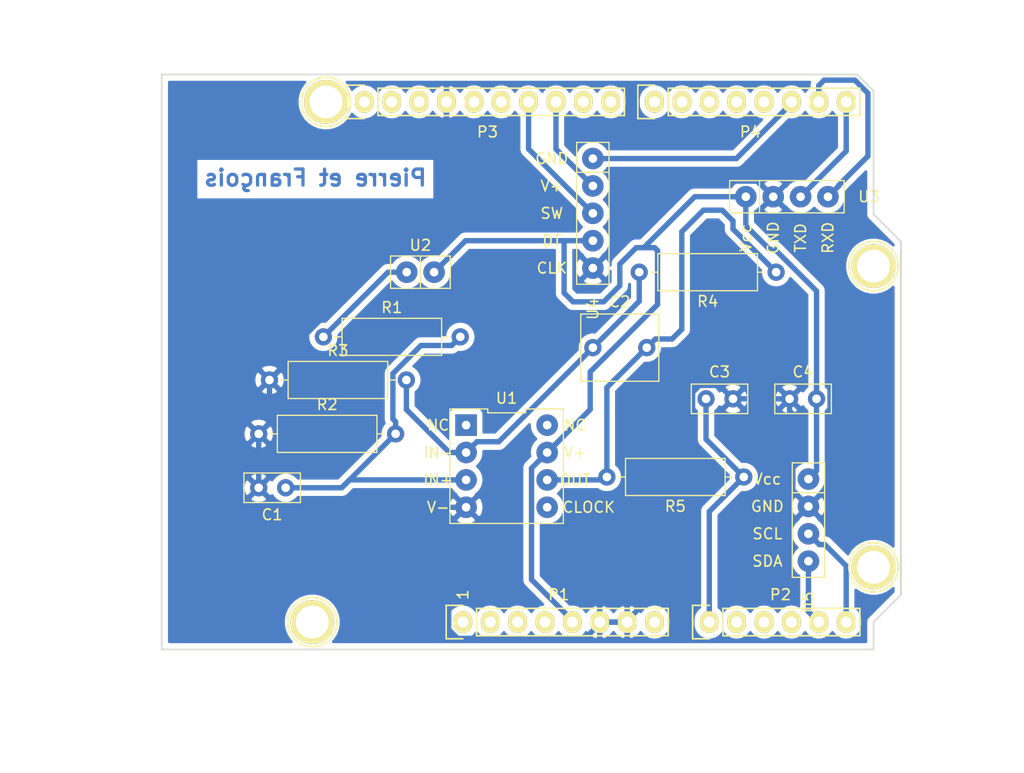
<source format=kicad_pcb>
(kicad_pcb (version 20171130) (host pcbnew "(5.1.2)-2")

  (general
    (thickness 1.6)
    (drawings 28)
    (tracks 142)
    (zones 0)
    (modules 22)
    (nets 42)
  )

  (page A4)
  (title_block
    (date "lun. 30 mars 2015")
  )

  (layers
    (0 F.Cu signal)
    (31 B.Cu signal)
    (32 B.Adhes user)
    (33 F.Adhes user)
    (34 B.Paste user)
    (35 F.Paste user)
    (36 B.SilkS user)
    (37 F.SilkS user)
    (38 B.Mask user)
    (39 F.Mask user)
    (40 Dwgs.User user)
    (41 Cmts.User user)
    (42 Eco1.User user)
    (43 Eco2.User user)
    (44 Edge.Cuts user)
    (45 Margin user)
    (46 B.CrtYd user)
    (47 F.CrtYd user)
    (48 B.Fab user)
    (49 F.Fab user)
  )

  (setup
    (last_trace_width 0.5)
    (user_trace_width 0.5)
    (trace_clearance 0.2)
    (zone_clearance 0.508)
    (zone_45_only no)
    (trace_min 0.5)
    (via_size 0.6)
    (via_drill 0.4)
    (via_min_size 0.4)
    (via_min_drill 0.3)
    (uvia_size 0.3)
    (uvia_drill 0.1)
    (uvias_allowed no)
    (uvia_min_size 0.2)
    (uvia_min_drill 0.1)
    (edge_width 0.15)
    (segment_width 0.15)
    (pcb_text_width 0.3)
    (pcb_text_size 1.5 1.5)
    (mod_edge_width 0.15)
    (mod_text_size 1 1)
    (mod_text_width 0.15)
    (pad_size 4.064 4.064)
    (pad_drill 3.048)
    (pad_to_mask_clearance 0)
    (aux_axis_origin 110.998 126.365)
    (grid_origin 110.998 126.365)
    (visible_elements 7FFFFFFF)
    (pcbplotparams
      (layerselection 0x300f0_fffffffe)
      (usegerberextensions false)
      (usegerberattributes false)
      (usegerberadvancedattributes false)
      (creategerberjobfile false)
      (excludeedgelayer true)
      (linewidth 0.100000)
      (plotframeref true)
      (viasonmask false)
      (mode 1)
      (useauxorigin false)
      (hpglpennumber 1)
      (hpglpenspeed 20)
      (hpglpendiameter 15.000000)
      (psnegative false)
      (psa4output false)
      (plotreference true)
      (plotvalue true)
      (plotinvisibletext false)
      (padsonsilk false)
      (subtractmaskfromsilk false)
      (outputformat 4)
      (mirror false)
      (drillshape 2)
      (scaleselection 1)
      (outputdirectory ""))
  )

  (net 0 "")
  (net 1 /IOREF)
  (net 2 /Reset)
  (net 3 +5V)
  (net 4 GND)
  (net 5 /Vin)
  (net 6 /A1)
  (net 7 /A2)
  (net 8 /A3)
  (net 9 "/9(**)")
  (net 10 /8)
  (net 11 /7)
  (net 12 "/6(**)")
  (net 13 "/5(**)")
  (net 14 /4)
  (net 15 "/3(**)")
  (net 16 "Net-(P5-Pad1)")
  (net 17 "Net-(P6-Pad1)")
  (net 18 "Net-(P7-Pad1)")
  (net 19 "Net-(P8-Pad1)")
  (net 20 "/13(SCK)")
  (net 21 "Net-(P1-Pad1)")
  (net 22 +3V3)
  (net 23 "/12(MISO)")
  (net 24 "Net-(C1-Pad1)")
  (net 25 OUT)
  (net 26 IN-)
  (net 27 ADC)
  (net 28 SCL)
  (net 29 SDA)
  (net 30 "Net-(P3-Pad3)")
  (net 31 SW)
  (net 32 DT)
  (net 33 CLK)
  (net 34 RXD)
  (net 35 TXD)
  (net 36 Sensor1)
  (net 37 "Net-(U1-Pad5)")
  (net 38 "Net-(U1-Pad1)")
  (net 39 "Net-(U1-Pad8)")
  (net 40 "Net-(P3-Pad1)")
  (net 41 "Net-(P3-Pad2)")

  (net_class Default "This is the default net class."
    (clearance 0.2)
    (trace_width 0.5)
    (via_dia 0.6)
    (via_drill 0.4)
    (uvia_dia 0.3)
    (uvia_drill 0.1)
    (diff_pair_width 0.5)
    (diff_pair_gap 0.25)
    (add_net +3V3)
    (add_net +5V)
    (add_net "/12(MISO)")
    (add_net "/13(SCK)")
    (add_net "/3(**)")
    (add_net /4)
    (add_net "/5(**)")
    (add_net "/6(**)")
    (add_net /7)
    (add_net /8)
    (add_net "/9(**)")
    (add_net /A1)
    (add_net /A2)
    (add_net /A3)
    (add_net /IOREF)
    (add_net /Reset)
    (add_net /Vin)
    (add_net ADC)
    (add_net CLK)
    (add_net DT)
    (add_net GND)
    (add_net IN-)
    (add_net "Net-(C1-Pad1)")
    (add_net "Net-(P1-Pad1)")
    (add_net "Net-(P3-Pad1)")
    (add_net "Net-(P3-Pad2)")
    (add_net "Net-(P3-Pad3)")
    (add_net "Net-(P5-Pad1)")
    (add_net "Net-(P6-Pad1)")
    (add_net "Net-(P7-Pad1)")
    (add_net "Net-(P8-Pad1)")
    (add_net "Net-(U1-Pad1)")
    (add_net "Net-(U1-Pad5)")
    (add_net "Net-(U1-Pad8)")
    (add_net OUT)
    (add_net RXD)
    (add_net SCL)
    (add_net SDA)
    (add_net SW)
    (add_net Sensor1)
    (add_net TXD)
  )

  (module Capacitor_THT:C_Disc_D5.0mm_W2.5mm_P2.50mm (layer F.Cu) (tedit 5AE50EF0) (tstamp 60427514)
    (at 169.248 103.115)
    (descr "C, Disc series, Radial, pin pitch=2.50mm, , diameter*width=5*2.5mm^2, Capacitor, http://cdn-reichelt.de/documents/datenblatt/B300/DS_KERKO_TC.pdf")
    (tags "C Disc series Radial pin pitch 2.50mm  diameter 5mm width 2.5mm Capacitor")
    (path /6059A156)
    (fp_text reference C4 (at 1.25 -2.5) (layer F.SilkS)
      (effects (font (size 1 1) (thickness 0.15)))
    )
    (fp_text value 100n (at 1.25 2.5) (layer F.Fab)
      (effects (font (size 1 1) (thickness 0.15)))
    )
    (fp_text user %R (at 1.25 0) (layer F.Fab)
      (effects (font (size 1 1) (thickness 0.15)))
    )
    (fp_line (start 4 -1.5) (end -1.5 -1.5) (layer F.CrtYd) (width 0.05))
    (fp_line (start 4 1.5) (end 4 -1.5) (layer F.CrtYd) (width 0.05))
    (fp_line (start -1.5 1.5) (end 4 1.5) (layer F.CrtYd) (width 0.05))
    (fp_line (start -1.5 -1.5) (end -1.5 1.5) (layer F.CrtYd) (width 0.05))
    (fp_line (start 3.87 -1.37) (end 3.87 1.37) (layer F.SilkS) (width 0.12))
    (fp_line (start -1.37 -1.37) (end -1.37 1.37) (layer F.SilkS) (width 0.12))
    (fp_line (start -1.37 1.37) (end 3.87 1.37) (layer F.SilkS) (width 0.12))
    (fp_line (start -1.37 -1.37) (end 3.87 -1.37) (layer F.SilkS) (width 0.12))
    (fp_line (start 3.75 -1.25) (end -1.25 -1.25) (layer F.Fab) (width 0.1))
    (fp_line (start 3.75 1.25) (end 3.75 -1.25) (layer F.Fab) (width 0.1))
    (fp_line (start -1.25 1.25) (end 3.75 1.25) (layer F.Fab) (width 0.1))
    (fp_line (start -1.25 -1.25) (end -1.25 1.25) (layer F.Fab) (width 0.1))
    (pad 2 thru_hole circle (at 2.5 0) (size 1.6 1.6) (drill 0.8) (layers *.Cu *.Mask)
      (net 3 +5V))
    (pad 1 thru_hole circle (at 0 0) (size 1.6 1.6) (drill 0.8) (layers *.Cu *.Mask)
      (net 4 GND))
    (model ${KISYS3DMOD}/Capacitor_THT.3dshapes/C_Disc_D5.0mm_W2.5mm_P2.50mm.wrl
      (at (xyz 0 0 0))
      (scale (xyz 1 1 1))
      (rotate (xyz 0 0 0))
    )
  )

  (module LIB_empreinte:LTC1050 (layer F.Cu) (tedit 60420273) (tstamp 6042B6BE)
    (at 142.998 109.365 270)
    (path /6044F244)
    (fp_text reference U1 (at -6.31 0) (layer F.SilkS)
      (effects (font (size 1 1) (thickness 0.15)))
    )
    (fp_text value LT1050 (at 0 0 90) (layer F.Fab)
      (effects (font (size 1 1) (thickness 0.15)))
    )
    (fp_text user V- (at 3.81 6.35) (layer F.SilkS)
      (effects (font (size 1 1) (thickness 0.15)))
    )
    (fp_text user IN+ (at 1.27 6.35) (layer F.SilkS)
      (effects (font (size 1 1) (thickness 0.15)))
    )
    (fp_text user IN- (at -1.27 6.35) (layer F.SilkS)
      (effects (font (size 1 1) (thickness 0.15)))
    )
    (fp_text user CLOCK (at 3.81 -7.62) (layer F.SilkS)
      (effects (font (size 1 1) (thickness 0.15)))
    )
    (fp_text user OUT (at 1.27 -6.35) (layer F.SilkS)
      (effects (font (size 1 1) (thickness 0.15)))
    )
    (fp_text user V+ (at -1.27 -6.35) (layer F.SilkS)
      (effects (font (size 1 1) (thickness 0.15)))
    )
    (fp_text user NC (at -3.81 -6.35) (layer F.SilkS)
      (effects (font (size 1 1) (thickness 0.15)))
    )
    (fp_text user NC (at -3.81 6.35) (layer F.SilkS)
      (effects (font (size 1 1) (thickness 0.15)))
    )
    (fp_line (start -5.06 5.01) (end -5.06 -5.01) (layer F.CrtYd) (width 0.05))
    (fp_line (start 5.06 5.01) (end -5.06 5.01) (layer F.CrtYd) (width 0.05))
    (fp_line (start 5.06 -5.01) (end 5.06 5.01) (layer F.CrtYd) (width 0.05))
    (fp_line (start -5.06 -5.01) (end 5.06 -5.01) (layer F.CrtYd) (width 0.05))
    (fp_line (start -5.31 1.753333) (end -5.31 5.26) (layer F.SilkS) (width 0.12))
    (fp_line (start -4.95 1.753333) (end -5.31 1.753333) (layer F.SilkS) (width 0.12))
    (fp_line (start -4.95 -1.753333) (end -4.95 1.753333) (layer F.SilkS) (width 0.12))
    (fp_line (start -5.31 -1.753333) (end -4.95 -1.753333) (layer F.SilkS) (width 0.12))
    (fp_line (start -5.31 -5.26) (end -5.31 -1.753333) (layer F.SilkS) (width 0.12))
    (fp_line (start 5.31 -5.26) (end -5.31 -5.26) (layer F.SilkS) (width 0.12))
    (fp_line (start 5.31 5.26) (end 5.31 -5.26) (layer F.SilkS) (width 0.12))
    (fp_line (start -5.31 5.26) (end 5.31 5.26) (layer F.SilkS) (width 0.12))
    (pad 4 thru_hole circle (at 3.81 3.76 270) (size 2 2) (drill 0.8) (layers *.Cu *.Mask)
      (net 4 GND))
    (pad 5 thru_hole circle (at 3.81 -3.76 270) (size 2 2) (drill 0.8) (layers *.Cu *.Mask)
      (net 37 "Net-(U1-Pad5)"))
    (pad 3 thru_hole circle (at 1.27 3.76 270) (size 2 2) (drill 0.8) (layers *.Cu *.Mask)
      (net 24 "Net-(C1-Pad1)"))
    (pad 6 thru_hole circle (at 1.27 -3.76 270) (size 2 2) (drill 0.8) (layers *.Cu *.Mask)
      (net 25 OUT))
    (pad 2 thru_hole circle (at -1.27 3.76 270) (size 2 2) (drill 0.8) (layers *.Cu *.Mask)
      (net 26 IN-))
    (pad 7 thru_hole circle (at -1.27 -3.76 270) (size 2 2) (drill 0.8) (layers *.Cu *.Mask)
      (net 3 +5V))
    (pad 1 thru_hole rect (at -3.81 3.76 270) (size 2 2) (drill 0.8) (layers *.Cu *.Mask)
      (net 38 "Net-(U1-Pad1)"))
    (pad 8 thru_hole circle (at -3.81 -3.76 270) (size 2 2) (drill 0.8) (layers *.Cu *.Mask)
      (net 39 "Net-(U1-Pad8)"))
  )

  (module LIB_empreinte:OLED (layer F.Cu) (tedit 6041F6D3) (tstamp 604276CF)
    (at 170.998 114.365 270)
    (path /604BCFBF)
    (fp_text reference U5 (at 7.62 0 90) (layer F.SilkS)
      (effects (font (size 1 1) (thickness 0.15)))
    )
    (fp_text value OLED (at 0 -2.5 90) (layer F.Fab)
      (effects (font (size 1 1) (thickness 0.15)))
    )
    (fp_text user SDA (at 3.81 3.81) (layer F.SilkS)
      (effects (font (size 1 1) (thickness 0.15)))
    )
    (fp_text user SCL (at 1.27 3.81) (layer F.SilkS)
      (effects (font (size 1 1) (thickness 0.15)))
    )
    (fp_text user GND (at -1.27 3.81) (layer F.SilkS)
      (effects (font (size 1 1) (thickness 0.15)))
    )
    (fp_text user Vcc (at -3.81 3.81) (layer F.SilkS)
      (effects (font (size 1 1) (thickness 0.15)))
    )
    (fp_line (start -5.06 1.25) (end -5.06 -1.25) (layer F.CrtYd) (width 0.05))
    (fp_line (start 5.06 1.25) (end -5.06 1.25) (layer F.CrtYd) (width 0.05))
    (fp_line (start 5.06 -1.25) (end 5.06 1.25) (layer F.CrtYd) (width 0.05))
    (fp_line (start -5.06 -1.25) (end 5.06 -1.25) (layer F.CrtYd) (width 0.05))
    (fp_line (start -2.54 -1.5) (end -2.54 1.5) (layer F.SilkS) (width 0.12))
    (fp_line (start -5.31 1.5) (end -5.31 -1.5) (layer F.SilkS) (width 0.12))
    (fp_line (start 5.31 1.5) (end -5.31 1.5) (layer F.SilkS) (width 0.12))
    (fp_line (start 5.31 -1.5) (end 5.31 1.5) (layer F.SilkS) (width 0.12))
    (fp_line (start -5.31 -1.5) (end 5.31 -1.5) (layer F.SilkS) (width 0.12))
    (pad 4 thru_hole circle (at 3.81 0 270) (size 2 2) (drill 0.8) (layers *.Cu *.Mask)
      (net 29 SDA))
    (pad 3 thru_hole circle (at 1.27 0 270) (size 2 2) (drill 0.8) (layers *.Cu *.Mask)
      (net 28 SCL))
    (pad 2 thru_hole circle (at -1.27 0 270) (size 2 2) (drill 0.8) (layers *.Cu *.Mask)
      (net 4 GND))
    (pad 1 thru_hole circle (at -3.81 0 270) (size 2 2) (drill 0.8) (layers *.Cu *.Mask)
      (net 3 +5V))
  )

  (module LIB_empreinte:KY-040 (layer F.Cu) (tedit 6041F6E1) (tstamp 604276BA)
    (at 150.998 85.905 270)
    (path /604C668D)
    (fp_text reference U4 (at 8.89 0 90) (layer F.SilkS)
      (effects (font (size 1 1) (thickness 0.15)))
    )
    (fp_text value KY-040 (at 0 -2.5 90) (layer F.Fab)
      (effects (font (size 1 1) (thickness 0.15)))
    )
    (fp_text user CLK (at 5.08 3.81) (layer F.SilkS)
      (effects (font (size 1 1) (thickness 0.15)))
    )
    (fp_text user DT (at 2.54 3.81) (layer F.SilkS)
      (effects (font (size 1 1) (thickness 0.15)))
    )
    (fp_text user SW (at 0 3.81) (layer F.SilkS)
      (effects (font (size 1 1) (thickness 0.15)))
    )
    (fp_text user V+ (at -2.54 3.81) (layer F.SilkS)
      (effects (font (size 1 1) (thickness 0.15)))
    )
    (fp_text user GND (at -5.08 3.81) (layer F.SilkS)
      (effects (font (size 1 1) (thickness 0.15)))
    )
    (fp_line (start -6.33 1.25) (end -6.33 -1.25) (layer F.CrtYd) (width 0.05))
    (fp_line (start 6.33 1.25) (end -6.33 1.25) (layer F.CrtYd) (width 0.05))
    (fp_line (start 6.33 -1.25) (end 6.33 1.25) (layer F.CrtYd) (width 0.05))
    (fp_line (start -6.33 -1.25) (end 6.33 -1.25) (layer F.CrtYd) (width 0.05))
    (fp_line (start -3.81 -1.5) (end -3.81 1.5) (layer F.SilkS) (width 0.12))
    (fp_line (start -6.58 1.5) (end -6.58 -1.5) (layer F.SilkS) (width 0.12))
    (fp_line (start 6.58 1.5) (end -6.58 1.5) (layer F.SilkS) (width 0.12))
    (fp_line (start 6.58 -1.5) (end 6.58 1.5) (layer F.SilkS) (width 0.12))
    (fp_line (start -6.58 -1.5) (end 6.58 -1.5) (layer F.SilkS) (width 0.12))
    (pad 5 thru_hole circle (at 5.08 0 270) (size 2 2) (drill 0.8) (layers *.Cu *.Mask)
      (net 4 GND))
    (pad 4 thru_hole circle (at 2.54 0 270) (size 2 2) (drill 0.8) (layers *.Cu *.Mask)
      (net 3 +5V))
    (pad 3 thru_hole circle (at 0 0 270) (size 2 2) (drill 0.8) (layers *.Cu *.Mask)
      (net 31 SW))
    (pad 2 thru_hole circle (at -2.54 0 270) (size 2 2) (drill 0.8) (layers *.Cu *.Mask)
      (net 32 DT))
    (pad 1 thru_hole circle (at -5.08 0 270) (size 2 2) (drill 0.8) (layers *.Cu *.Mask)
      (net 33 CLK))
  )

  (module LIB_empreinte:HC-05 (layer F.Cu) (tedit 6041F536) (tstamp 604276A3)
    (at 168.998 84.365)
    (path /604B274B)
    (fp_text reference U3 (at 7.62 0) (layer F.SilkS)
      (effects (font (size 1 1) (thickness 0.15)))
    )
    (fp_text value HC-05 (at 0 -2.5) (layer F.Fab)
      (effects (font (size 1 1) (thickness 0.15)))
    )
    (fp_text user RXD (at 3.81 3.81 90) (layer F.SilkS)
      (effects (font (size 1 1) (thickness 0.15)))
    )
    (fp_text user TXD (at 1.27 3.81 90) (layer F.SilkS)
      (effects (font (size 1 1) (thickness 0.15)))
    )
    (fp_text user GND (at -1.27 3.81 90) (layer F.SilkS)
      (effects (font (size 1 1) (thickness 0.15)))
    )
    (fp_text user Vcc (at -3.81 3.81 90) (layer F.SilkS)
      (effects (font (size 1 1) (thickness 0.15)))
    )
    (fp_line (start -5.06 1.25) (end -5.06 -1.25) (layer F.CrtYd) (width 0.05))
    (fp_line (start 5.06 1.25) (end -5.06 1.25) (layer F.CrtYd) (width 0.05))
    (fp_line (start 5.06 -1.25) (end 5.06 1.25) (layer F.CrtYd) (width 0.05))
    (fp_line (start -5.06 -1.25) (end 5.06 -1.25) (layer F.CrtYd) (width 0.05))
    (fp_line (start -2.54 -1.5) (end -2.54 1.5) (layer F.SilkS) (width 0.12))
    (fp_line (start -5.31 1.5) (end -5.31 -1.5) (layer F.SilkS) (width 0.12))
    (fp_line (start 5.31 1.5) (end -5.31 1.5) (layer F.SilkS) (width 0.12))
    (fp_line (start 5.31 -1.5) (end 5.31 1.5) (layer F.SilkS) (width 0.12))
    (fp_line (start -5.31 -1.5) (end 5.31 -1.5) (layer F.SilkS) (width 0.12))
    (pad 4 thru_hole circle (at 3.81 0) (size 2 2) (drill 0.8) (layers *.Cu *.Mask)
      (net 34 RXD))
    (pad 3 thru_hole circle (at 1.27 0) (size 2 2) (drill 0.8) (layers *.Cu *.Mask)
      (net 35 TXD))
    (pad 2 thru_hole circle (at -1.27 0) (size 2 2) (drill 0.8) (layers *.Cu *.Mask)
      (net 4 GND))
    (pad 1 thru_hole circle (at -3.81 0) (size 2 2) (drill 0.8) (layers *.Cu *.Mask)
      (net 3 +5V))
  )

  (module LIB_empreinte:Capteur_graphite (layer F.Cu) (tedit 0) (tstamp 6042768E)
    (at 134.998 91.365 180)
    (path /604A71F3)
    (fp_text reference U2 (at 0 2.5) (layer F.SilkS)
      (effects (font (size 1 1) (thickness 0.15)))
    )
    (fp_text value Capteur_graphite (at 0 -2.5) (layer F.Fab)
      (effects (font (size 1 1) (thickness 0.15)))
    )
    (fp_line (start -2.52 1.25) (end -2.52 -1.25) (layer F.CrtYd) (width 0.05))
    (fp_line (start 2.52 1.25) (end -2.52 1.25) (layer F.CrtYd) (width 0.05))
    (fp_line (start 2.52 -1.25) (end 2.52 1.25) (layer F.CrtYd) (width 0.05))
    (fp_line (start -2.52 -1.25) (end 2.52 -1.25) (layer F.CrtYd) (width 0.05))
    (fp_line (start 0 -1.5) (end 0 1.5) (layer F.SilkS) (width 0.12))
    (fp_line (start -2.77 1.5) (end -2.77 -1.5) (layer F.SilkS) (width 0.12))
    (fp_line (start 2.77 1.5) (end -2.77 1.5) (layer F.SilkS) (width 0.12))
    (fp_line (start 2.77 -1.5) (end 2.77 1.5) (layer F.SilkS) (width 0.12))
    (fp_line (start -2.77 -1.5) (end 2.77 -1.5) (layer F.SilkS) (width 0.12))
    (pad 2 thru_hole circle (at 1.27 0 180) (size 2 2) (drill 0.8) (layers *.Cu *.Mask)
      (net 36 Sensor1))
    (pad 1 thru_hole circle (at -1.27 0 180) (size 2 2) (drill 0.8) (layers *.Cu *.Mask)
      (net 3 +5V))
  )

  (module Resistor_THT:R_Axial_DIN0309_L9.0mm_D3.2mm_P12.70mm_Horizontal (layer F.Cu) (tedit 5AE5139B) (tstamp 6042765F)
    (at 164.998 110.365 180)
    (descr "Resistor, Axial_DIN0309 series, Axial, Horizontal, pin pitch=12.7mm, 0.5W = 1/2W, length*diameter=9*3.2mm^2, http://cdn-reichelt.de/documents/datenblatt/B400/1_4W%23YAG.pdf")
    (tags "Resistor Axial_DIN0309 series Axial Horizontal pin pitch 12.7mm 0.5W = 1/2W length 9mm diameter 3.2mm")
    (path /604863B1)
    (fp_text reference R5 (at 6.35 -2.72) (layer F.SilkS)
      (effects (font (size 1 1) (thickness 0.15)))
    )
    (fp_text value 1k (at 6.35 2.72) (layer F.Fab)
      (effects (font (size 1 1) (thickness 0.15)))
    )
    (fp_text user %R (at 6.35 0) (layer F.Fab)
      (effects (font (size 1 1) (thickness 0.15)))
    )
    (fp_line (start 13.75 -1.85) (end -1.05 -1.85) (layer F.CrtYd) (width 0.05))
    (fp_line (start 13.75 1.85) (end 13.75 -1.85) (layer F.CrtYd) (width 0.05))
    (fp_line (start -1.05 1.85) (end 13.75 1.85) (layer F.CrtYd) (width 0.05))
    (fp_line (start -1.05 -1.85) (end -1.05 1.85) (layer F.CrtYd) (width 0.05))
    (fp_line (start 11.66 0) (end 10.97 0) (layer F.SilkS) (width 0.12))
    (fp_line (start 1.04 0) (end 1.73 0) (layer F.SilkS) (width 0.12))
    (fp_line (start 10.97 -1.72) (end 1.73 -1.72) (layer F.SilkS) (width 0.12))
    (fp_line (start 10.97 1.72) (end 10.97 -1.72) (layer F.SilkS) (width 0.12))
    (fp_line (start 1.73 1.72) (end 10.97 1.72) (layer F.SilkS) (width 0.12))
    (fp_line (start 1.73 -1.72) (end 1.73 1.72) (layer F.SilkS) (width 0.12))
    (fp_line (start 12.7 0) (end 10.85 0) (layer F.Fab) (width 0.1))
    (fp_line (start 0 0) (end 1.85 0) (layer F.Fab) (width 0.1))
    (fp_line (start 10.85 -1.6) (end 1.85 -1.6) (layer F.Fab) (width 0.1))
    (fp_line (start 10.85 1.6) (end 10.85 -1.6) (layer F.Fab) (width 0.1))
    (fp_line (start 1.85 1.6) (end 10.85 1.6) (layer F.Fab) (width 0.1))
    (fp_line (start 1.85 -1.6) (end 1.85 1.6) (layer F.Fab) (width 0.1))
    (pad 2 thru_hole oval (at 12.7 0 180) (size 1.6 1.6) (drill 0.8) (layers *.Cu *.Mask)
      (net 25 OUT))
    (pad 1 thru_hole circle (at 0 0 180) (size 1.6 1.6) (drill 0.8) (layers *.Cu *.Mask)
      (net 27 ADC))
    (model ${KISYS3DMOD}/Resistor_THT.3dshapes/R_Axial_DIN0309_L9.0mm_D3.2mm_P12.70mm_Horizontal.wrl
      (at (xyz 0 0 0))
      (scale (xyz 1 1 1))
      (rotate (xyz 0 0 0))
    )
  )

  (module Resistor_THT:R_Axial_DIN0309_L9.0mm_D3.2mm_P12.70mm_Horizontal (layer F.Cu) (tedit 5AE5139B) (tstamp 60427648)
    (at 167.998 91.365 180)
    (descr "Resistor, Axial_DIN0309 series, Axial, Horizontal, pin pitch=12.7mm, 0.5W = 1/2W, length*diameter=9*3.2mm^2, http://cdn-reichelt.de/documents/datenblatt/B400/1_4W%23YAG.pdf")
    (tags "Resistor Axial_DIN0309 series Axial Horizontal pin pitch 12.7mm 0.5W = 1/2W length 9mm diameter 3.2mm")
    (path /6046F499)
    (fp_text reference R4 (at 6.35 -2.72) (layer F.SilkS)
      (effects (font (size 1 1) (thickness 0.15)))
    )
    (fp_text value 100k (at 6.35 2.72) (layer F.Fab)
      (effects (font (size 1 1) (thickness 0.15)))
    )
    (fp_text user %R (at 6.35 0) (layer F.Fab)
      (effects (font (size 1 1) (thickness 0.15)))
    )
    (fp_line (start 13.75 -1.85) (end -1.05 -1.85) (layer F.CrtYd) (width 0.05))
    (fp_line (start 13.75 1.85) (end 13.75 -1.85) (layer F.CrtYd) (width 0.05))
    (fp_line (start -1.05 1.85) (end 13.75 1.85) (layer F.CrtYd) (width 0.05))
    (fp_line (start -1.05 -1.85) (end -1.05 1.85) (layer F.CrtYd) (width 0.05))
    (fp_line (start 11.66 0) (end 10.97 0) (layer F.SilkS) (width 0.12))
    (fp_line (start 1.04 0) (end 1.73 0) (layer F.SilkS) (width 0.12))
    (fp_line (start 10.97 -1.72) (end 1.73 -1.72) (layer F.SilkS) (width 0.12))
    (fp_line (start 10.97 1.72) (end 10.97 -1.72) (layer F.SilkS) (width 0.12))
    (fp_line (start 1.73 1.72) (end 10.97 1.72) (layer F.SilkS) (width 0.12))
    (fp_line (start 1.73 -1.72) (end 1.73 1.72) (layer F.SilkS) (width 0.12))
    (fp_line (start 12.7 0) (end 10.85 0) (layer F.Fab) (width 0.1))
    (fp_line (start 0 0) (end 1.85 0) (layer F.Fab) (width 0.1))
    (fp_line (start 10.85 -1.6) (end 1.85 -1.6) (layer F.Fab) (width 0.1))
    (fp_line (start 10.85 1.6) (end 10.85 -1.6) (layer F.Fab) (width 0.1))
    (fp_line (start 1.85 1.6) (end 10.85 1.6) (layer F.Fab) (width 0.1))
    (fp_line (start 1.85 -1.6) (end 1.85 1.6) (layer F.Fab) (width 0.1))
    (pad 2 thru_hole oval (at 12.7 0 180) (size 1.6 1.6) (drill 0.8) (layers *.Cu *.Mask)
      (net 26 IN-))
    (pad 1 thru_hole circle (at 0 0 180) (size 1.6 1.6) (drill 0.8) (layers *.Cu *.Mask)
      (net 25 OUT))
    (model ${KISYS3DMOD}/Resistor_THT.3dshapes/R_Axial_DIN0309_L9.0mm_D3.2mm_P12.70mm_Horizontal.wrl
      (at (xyz 0 0 0))
      (scale (xyz 1 1 1))
      (rotate (xyz 0 0 0))
    )
  )

  (module Resistor_THT:R_Axial_DIN0309_L9.0mm_D3.2mm_P12.70mm_Horizontal (layer F.Cu) (tedit 5AE5139B) (tstamp 60427631)
    (at 120.998 101.365)
    (descr "Resistor, Axial_DIN0309 series, Axial, Horizontal, pin pitch=12.7mm, 0.5W = 1/2W, length*diameter=9*3.2mm^2, http://cdn-reichelt.de/documents/datenblatt/B400/1_4W%23YAG.pdf")
    (tags "Resistor Axial_DIN0309 series Axial Horizontal pin pitch 12.7mm 0.5W = 1/2W length 9mm diameter 3.2mm")
    (path /6044584A)
    (fp_text reference R3 (at 6.35 -2.72) (layer F.SilkS)
      (effects (font (size 1 1) (thickness 0.15)))
    )
    (fp_text value 1k (at 6.35 2.72) (layer F.Fab)
      (effects (font (size 1 1) (thickness 0.15)))
    )
    (fp_text user %R (at 6.35 0) (layer F.Fab)
      (effects (font (size 1 1) (thickness 0.15)))
    )
    (fp_line (start 13.75 -1.85) (end -1.05 -1.85) (layer F.CrtYd) (width 0.05))
    (fp_line (start 13.75 1.85) (end 13.75 -1.85) (layer F.CrtYd) (width 0.05))
    (fp_line (start -1.05 1.85) (end 13.75 1.85) (layer F.CrtYd) (width 0.05))
    (fp_line (start -1.05 -1.85) (end -1.05 1.85) (layer F.CrtYd) (width 0.05))
    (fp_line (start 11.66 0) (end 10.97 0) (layer F.SilkS) (width 0.12))
    (fp_line (start 1.04 0) (end 1.73 0) (layer F.SilkS) (width 0.12))
    (fp_line (start 10.97 -1.72) (end 1.73 -1.72) (layer F.SilkS) (width 0.12))
    (fp_line (start 10.97 1.72) (end 10.97 -1.72) (layer F.SilkS) (width 0.12))
    (fp_line (start 1.73 1.72) (end 10.97 1.72) (layer F.SilkS) (width 0.12))
    (fp_line (start 1.73 -1.72) (end 1.73 1.72) (layer F.SilkS) (width 0.12))
    (fp_line (start 12.7 0) (end 10.85 0) (layer F.Fab) (width 0.1))
    (fp_line (start 0 0) (end 1.85 0) (layer F.Fab) (width 0.1))
    (fp_line (start 10.85 -1.6) (end 1.85 -1.6) (layer F.Fab) (width 0.1))
    (fp_line (start 10.85 1.6) (end 10.85 -1.6) (layer F.Fab) (width 0.1))
    (fp_line (start 1.85 1.6) (end 10.85 1.6) (layer F.Fab) (width 0.1))
    (fp_line (start 1.85 -1.6) (end 1.85 1.6) (layer F.Fab) (width 0.1))
    (pad 2 thru_hole oval (at 12.7 0) (size 1.6 1.6) (drill 0.8) (layers *.Cu *.Mask)
      (net 26 IN-))
    (pad 1 thru_hole circle (at 0 0) (size 1.6 1.6) (drill 0.8) (layers *.Cu *.Mask)
      (net 4 GND))
    (model ${KISYS3DMOD}/Resistor_THT.3dshapes/R_Axial_DIN0309_L9.0mm_D3.2mm_P12.70mm_Horizontal.wrl
      (at (xyz 0 0 0))
      (scale (xyz 1 1 1))
      (rotate (xyz 0 0 0))
    )
  )

  (module Resistor_THT:R_Axial_DIN0309_L9.0mm_D3.2mm_P12.70mm_Horizontal (layer F.Cu) (tedit 5AE5139B) (tstamp 6042761A)
    (at 119.998 106.365)
    (descr "Resistor, Axial_DIN0309 series, Axial, Horizontal, pin pitch=12.7mm, 0.5W = 1/2W, length*diameter=9*3.2mm^2, http://cdn-reichelt.de/documents/datenblatt/B400/1_4W%23YAG.pdf")
    (tags "Resistor Axial_DIN0309 series Axial Horizontal pin pitch 12.7mm 0.5W = 1/2W length 9mm diameter 3.2mm")
    (path /604430BB)
    (fp_text reference R2 (at 6.35 -2.72) (layer F.SilkS)
      (effects (font (size 1 1) (thickness 0.15)))
    )
    (fp_text value 100k (at 6.35 2.72) (layer F.Fab)
      (effects (font (size 1 1) (thickness 0.15)))
    )
    (fp_text user %R (at 6.35 0) (layer F.Fab)
      (effects (font (size 1 1) (thickness 0.15)))
    )
    (fp_line (start 13.75 -1.85) (end -1.05 -1.85) (layer F.CrtYd) (width 0.05))
    (fp_line (start 13.75 1.85) (end 13.75 -1.85) (layer F.CrtYd) (width 0.05))
    (fp_line (start -1.05 1.85) (end 13.75 1.85) (layer F.CrtYd) (width 0.05))
    (fp_line (start -1.05 -1.85) (end -1.05 1.85) (layer F.CrtYd) (width 0.05))
    (fp_line (start 11.66 0) (end 10.97 0) (layer F.SilkS) (width 0.12))
    (fp_line (start 1.04 0) (end 1.73 0) (layer F.SilkS) (width 0.12))
    (fp_line (start 10.97 -1.72) (end 1.73 -1.72) (layer F.SilkS) (width 0.12))
    (fp_line (start 10.97 1.72) (end 10.97 -1.72) (layer F.SilkS) (width 0.12))
    (fp_line (start 1.73 1.72) (end 10.97 1.72) (layer F.SilkS) (width 0.12))
    (fp_line (start 1.73 -1.72) (end 1.73 1.72) (layer F.SilkS) (width 0.12))
    (fp_line (start 12.7 0) (end 10.85 0) (layer F.Fab) (width 0.1))
    (fp_line (start 0 0) (end 1.85 0) (layer F.Fab) (width 0.1))
    (fp_line (start 10.85 -1.6) (end 1.85 -1.6) (layer F.Fab) (width 0.1))
    (fp_line (start 10.85 1.6) (end 10.85 -1.6) (layer F.Fab) (width 0.1))
    (fp_line (start 1.85 1.6) (end 10.85 1.6) (layer F.Fab) (width 0.1))
    (fp_line (start 1.85 -1.6) (end 1.85 1.6) (layer F.Fab) (width 0.1))
    (pad 2 thru_hole oval (at 12.7 0) (size 1.6 1.6) (drill 0.8) (layers *.Cu *.Mask)
      (net 24 "Net-(C1-Pad1)"))
    (pad 1 thru_hole circle (at 0 0) (size 1.6 1.6) (drill 0.8) (layers *.Cu *.Mask)
      (net 4 GND))
    (model ${KISYS3DMOD}/Resistor_THT.3dshapes/R_Axial_DIN0309_L9.0mm_D3.2mm_P12.70mm_Horizontal.wrl
      (at (xyz 0 0 0))
      (scale (xyz 1 1 1))
      (rotate (xyz 0 0 0))
    )
  )

  (module Resistor_THT:R_Axial_DIN0309_L9.0mm_D3.2mm_P12.70mm_Horizontal (layer F.Cu) (tedit 5AE5139B) (tstamp 60427603)
    (at 125.998 97.365)
    (descr "Resistor, Axial_DIN0309 series, Axial, Horizontal, pin pitch=12.7mm, 0.5W = 1/2W, length*diameter=9*3.2mm^2, http://cdn-reichelt.de/documents/datenblatt/B400/1_4W%23YAG.pdf")
    (tags "Resistor Axial_DIN0309 series Axial Horizontal pin pitch 12.7mm 0.5W = 1/2W length 9mm diameter 3.2mm")
    (path /60436443)
    (fp_text reference R1 (at 6.35 -2.72) (layer F.SilkS)
      (effects (font (size 1 1) (thickness 0.15)))
    )
    (fp_text value 10k (at 6.35 2.72) (layer F.Fab)
      (effects (font (size 1 1) (thickness 0.15)))
    )
    (fp_text user %R (at 6.35 0) (layer F.Fab)
      (effects (font (size 1 1) (thickness 0.15)))
    )
    (fp_line (start 13.75 -1.85) (end -1.05 -1.85) (layer F.CrtYd) (width 0.05))
    (fp_line (start 13.75 1.85) (end 13.75 -1.85) (layer F.CrtYd) (width 0.05))
    (fp_line (start -1.05 1.85) (end 13.75 1.85) (layer F.CrtYd) (width 0.05))
    (fp_line (start -1.05 -1.85) (end -1.05 1.85) (layer F.CrtYd) (width 0.05))
    (fp_line (start 11.66 0) (end 10.97 0) (layer F.SilkS) (width 0.12))
    (fp_line (start 1.04 0) (end 1.73 0) (layer F.SilkS) (width 0.12))
    (fp_line (start 10.97 -1.72) (end 1.73 -1.72) (layer F.SilkS) (width 0.12))
    (fp_line (start 10.97 1.72) (end 10.97 -1.72) (layer F.SilkS) (width 0.12))
    (fp_line (start 1.73 1.72) (end 10.97 1.72) (layer F.SilkS) (width 0.12))
    (fp_line (start 1.73 -1.72) (end 1.73 1.72) (layer F.SilkS) (width 0.12))
    (fp_line (start 12.7 0) (end 10.85 0) (layer F.Fab) (width 0.1))
    (fp_line (start 0 0) (end 1.85 0) (layer F.Fab) (width 0.1))
    (fp_line (start 10.85 -1.6) (end 1.85 -1.6) (layer F.Fab) (width 0.1))
    (fp_line (start 10.85 1.6) (end 10.85 -1.6) (layer F.Fab) (width 0.1))
    (fp_line (start 1.85 1.6) (end 10.85 1.6) (layer F.Fab) (width 0.1))
    (fp_line (start 1.85 -1.6) (end 1.85 1.6) (layer F.Fab) (width 0.1))
    (pad 2 thru_hole oval (at 12.7 0) (size 1.6 1.6) (drill 0.8) (layers *.Cu *.Mask)
      (net 24 "Net-(C1-Pad1)"))
    (pad 1 thru_hole circle (at 0 0) (size 1.6 1.6) (drill 0.8) (layers *.Cu *.Mask)
      (net 36 Sensor1))
    (model ${KISYS3DMOD}/Resistor_THT.3dshapes/R_Axial_DIN0309_L9.0mm_D3.2mm_P12.70mm_Horizontal.wrl
      (at (xyz 0 0 0))
      (scale (xyz 1 1 1))
      (rotate (xyz 0 0 0))
    )
  )

  (module Capacitor_THT:C_Disc_D5.0mm_W2.5mm_P2.50mm (layer F.Cu) (tedit 5AE50EF0) (tstamp 60427501)
    (at 161.498 103.115)
    (descr "C, Disc series, Radial, pin pitch=2.50mm, , diameter*width=5*2.5mm^2, Capacitor, http://cdn-reichelt.de/documents/datenblatt/B300/DS_KERKO_TC.pdf")
    (tags "C Disc series Radial pin pitch 2.50mm  diameter 5mm width 2.5mm Capacitor")
    (path /60489841)
    (fp_text reference C3 (at 1.25 -2.5) (layer F.SilkS)
      (effects (font (size 1 1) (thickness 0.15)))
    )
    (fp_text value 10n (at 1.25 2.5) (layer F.Fab)
      (effects (font (size 1 1) (thickness 0.15)))
    )
    (fp_text user %R (at 1.25 0) (layer F.Fab)
      (effects (font (size 1 1) (thickness 0.15)))
    )
    (fp_line (start 4 -1.5) (end -1.5 -1.5) (layer F.CrtYd) (width 0.05))
    (fp_line (start 4 1.5) (end 4 -1.5) (layer F.CrtYd) (width 0.05))
    (fp_line (start -1.5 1.5) (end 4 1.5) (layer F.CrtYd) (width 0.05))
    (fp_line (start -1.5 -1.5) (end -1.5 1.5) (layer F.CrtYd) (width 0.05))
    (fp_line (start 3.87 -1.37) (end 3.87 1.37) (layer F.SilkS) (width 0.12))
    (fp_line (start -1.37 -1.37) (end -1.37 1.37) (layer F.SilkS) (width 0.12))
    (fp_line (start -1.37 1.37) (end 3.87 1.37) (layer F.SilkS) (width 0.12))
    (fp_line (start -1.37 -1.37) (end 3.87 -1.37) (layer F.SilkS) (width 0.12))
    (fp_line (start 3.75 -1.25) (end -1.25 -1.25) (layer F.Fab) (width 0.1))
    (fp_line (start 3.75 1.25) (end 3.75 -1.25) (layer F.Fab) (width 0.1))
    (fp_line (start -1.25 1.25) (end 3.75 1.25) (layer F.Fab) (width 0.1))
    (fp_line (start -1.25 -1.25) (end -1.25 1.25) (layer F.Fab) (width 0.1))
    (pad 2 thru_hole circle (at 2.5 0) (size 1.6 1.6) (drill 0.8) (layers *.Cu *.Mask)
      (net 4 GND))
    (pad 1 thru_hole circle (at 0 0) (size 1.6 1.6) (drill 0.8) (layers *.Cu *.Mask)
      (net 27 ADC))
    (model ${KISYS3DMOD}/Capacitor_THT.3dshapes/C_Disc_D5.0mm_W2.5mm_P2.50mm.wrl
      (at (xyz 0 0 0))
      (scale (xyz 1 1 1))
      (rotate (xyz 0 0 0))
    )
  )

  (module Capacitor_THT:C_Rect_L7.0mm_W6.0mm_P5.00mm (layer F.Cu) (tedit 5AE50EF0) (tstamp 604274EE)
    (at 150.998 98.365)
    (descr "C, Rect series, Radial, pin pitch=5.00mm, , length*width=7*6mm^2, Capacitor")
    (tags "C Rect series Radial pin pitch 5.00mm  length 7mm width 6mm Capacitor")
    (path /6046F493)
    (fp_text reference C2 (at 2.5 -4.25) (layer F.SilkS)
      (effects (font (size 1 1) (thickness 0.15)))
    )
    (fp_text value 1u (at 2.5 4.25) (layer F.Fab)
      (effects (font (size 1 1) (thickness 0.15)))
    )
    (fp_text user %R (at 2.5 0) (layer F.Fab)
      (effects (font (size 1 1) (thickness 0.15)))
    )
    (fp_line (start 6.25 -3.25) (end -1.25 -3.25) (layer F.CrtYd) (width 0.05))
    (fp_line (start 6.25 3.25) (end 6.25 -3.25) (layer F.CrtYd) (width 0.05))
    (fp_line (start -1.25 3.25) (end 6.25 3.25) (layer F.CrtYd) (width 0.05))
    (fp_line (start -1.25 -3.25) (end -1.25 3.25) (layer F.CrtYd) (width 0.05))
    (fp_line (start 6.12 -3.12) (end 6.12 3.12) (layer F.SilkS) (width 0.12))
    (fp_line (start -1.12 -3.12) (end -1.12 3.12) (layer F.SilkS) (width 0.12))
    (fp_line (start -1.12 3.12) (end 6.12 3.12) (layer F.SilkS) (width 0.12))
    (fp_line (start -1.12 -3.12) (end 6.12 -3.12) (layer F.SilkS) (width 0.12))
    (fp_line (start 6 -3) (end -1 -3) (layer F.Fab) (width 0.1))
    (fp_line (start 6 3) (end 6 -3) (layer F.Fab) (width 0.1))
    (fp_line (start -1 3) (end 6 3) (layer F.Fab) (width 0.1))
    (fp_line (start -1 -3) (end -1 3) (layer F.Fab) (width 0.1))
    (pad 2 thru_hole circle (at 5 0) (size 1.6 1.6) (drill 0.8) (layers *.Cu *.Mask)
      (net 25 OUT))
    (pad 1 thru_hole circle (at 0 0) (size 1.6 1.6) (drill 0.8) (layers *.Cu *.Mask)
      (net 26 IN-))
    (model ${KISYS3DMOD}/Capacitor_THT.3dshapes/C_Rect_L7.0mm_W6.0mm_P5.00mm.wrl
      (at (xyz 0 0 0))
      (scale (xyz 1 1 1))
      (rotate (xyz 0 0 0))
    )
  )

  (module Capacitor_THT:C_Disc_D5.0mm_W2.5mm_P2.50mm (layer F.Cu) (tedit 5AE50EF0) (tstamp 604274DB)
    (at 122.498 111.365 180)
    (descr "C, Disc series, Radial, pin pitch=2.50mm, , diameter*width=5*2.5mm^2, Capacitor, http://cdn-reichelt.de/documents/datenblatt/B300/DS_KERKO_TC.pdf")
    (tags "C Disc series Radial pin pitch 2.50mm  diameter 5mm width 2.5mm Capacitor")
    (path /60433CC3)
    (fp_text reference C1 (at 1.25 -2.5) (layer F.SilkS)
      (effects (font (size 1 1) (thickness 0.15)))
    )
    (fp_text value 100n (at 1.25 2.5) (layer F.Fab)
      (effects (font (size 1 1) (thickness 0.15)))
    )
    (fp_text user %R (at 1.25 0) (layer F.Fab)
      (effects (font (size 1 1) (thickness 0.15)))
    )
    (fp_line (start 4 -1.5) (end -1.5 -1.5) (layer F.CrtYd) (width 0.05))
    (fp_line (start 4 1.5) (end 4 -1.5) (layer F.CrtYd) (width 0.05))
    (fp_line (start -1.5 1.5) (end 4 1.5) (layer F.CrtYd) (width 0.05))
    (fp_line (start -1.5 -1.5) (end -1.5 1.5) (layer F.CrtYd) (width 0.05))
    (fp_line (start 3.87 -1.37) (end 3.87 1.37) (layer F.SilkS) (width 0.12))
    (fp_line (start -1.37 -1.37) (end -1.37 1.37) (layer F.SilkS) (width 0.12))
    (fp_line (start -1.37 1.37) (end 3.87 1.37) (layer F.SilkS) (width 0.12))
    (fp_line (start -1.37 -1.37) (end 3.87 -1.37) (layer F.SilkS) (width 0.12))
    (fp_line (start 3.75 -1.25) (end -1.25 -1.25) (layer F.Fab) (width 0.1))
    (fp_line (start 3.75 1.25) (end 3.75 -1.25) (layer F.Fab) (width 0.1))
    (fp_line (start -1.25 1.25) (end 3.75 1.25) (layer F.Fab) (width 0.1))
    (fp_line (start -1.25 -1.25) (end -1.25 1.25) (layer F.Fab) (width 0.1))
    (pad 2 thru_hole circle (at 2.5 0 180) (size 1.6 1.6) (drill 0.8) (layers *.Cu *.Mask)
      (net 4 GND))
    (pad 1 thru_hole circle (at 0 0 180) (size 1.6 1.6) (drill 0.8) (layers *.Cu *.Mask)
      (net 24 "Net-(C1-Pad1)"))
    (model ${KISYS3DMOD}/Capacitor_THT.3dshapes/C_Disc_D5.0mm_W2.5mm_P2.50mm.wrl
      (at (xyz 0 0 0))
      (scale (xyz 1 1 1))
      (rotate (xyz 0 0 0))
    )
  )

  (module Socket_Arduino_Uno:Socket_Strip_Arduino_1x08 locked (layer F.Cu) (tedit 552168D2) (tstamp 551AF9EA)
    (at 138.938 123.825)
    (descr "Through hole socket strip")
    (tags "socket strip")
    (path /56D70129)
    (fp_text reference P1 (at 8.89 -2.54) (layer F.SilkS)
      (effects (font (size 1 1) (thickness 0.15)))
    )
    (fp_text value Power (at 8.89 -4.064) (layer F.Fab)
      (effects (font (size 1 1) (thickness 0.15)))
    )
    (fp_line (start -1.75 -1.75) (end -1.75 1.75) (layer F.CrtYd) (width 0.05))
    (fp_line (start 19.55 -1.75) (end 19.55 1.75) (layer F.CrtYd) (width 0.05))
    (fp_line (start -1.75 -1.75) (end 19.55 -1.75) (layer F.CrtYd) (width 0.05))
    (fp_line (start -1.75 1.75) (end 19.55 1.75) (layer F.CrtYd) (width 0.05))
    (fp_line (start 1.27 1.27) (end 19.05 1.27) (layer F.SilkS) (width 0.15))
    (fp_line (start 19.05 1.27) (end 19.05 -1.27) (layer F.SilkS) (width 0.15))
    (fp_line (start 19.05 -1.27) (end 1.27 -1.27) (layer F.SilkS) (width 0.15))
    (fp_line (start -1.55 1.55) (end 0 1.55) (layer F.SilkS) (width 0.15))
    (fp_line (start 1.27 1.27) (end 1.27 -1.27) (layer F.SilkS) (width 0.15))
    (fp_line (start 0 -1.55) (end -1.55 -1.55) (layer F.SilkS) (width 0.15))
    (fp_line (start -1.55 -1.55) (end -1.55 1.55) (layer F.SilkS) (width 0.15))
    (pad 1 thru_hole oval (at 0 0) (size 1.7272 2.032) (drill 1.016) (layers *.Cu *.Mask F.SilkS)
      (net 21 "Net-(P1-Pad1)"))
    (pad 2 thru_hole oval (at 2.54 0) (size 1.7272 2.032) (drill 1.016) (layers *.Cu *.Mask F.SilkS)
      (net 1 /IOREF))
    (pad 3 thru_hole oval (at 5.08 0) (size 1.7272 2.032) (drill 1.016) (layers *.Cu *.Mask F.SilkS)
      (net 2 /Reset))
    (pad 4 thru_hole oval (at 7.62 0) (size 1.7272 2.032) (drill 1.016) (layers *.Cu *.Mask F.SilkS)
      (net 22 +3V3))
    (pad 5 thru_hole oval (at 10.16 0) (size 1.7272 2.032) (drill 1.016) (layers *.Cu *.Mask F.SilkS)
      (net 3 +5V))
    (pad 6 thru_hole oval (at 12.7 0) (size 1.7272 2.032) (drill 1.016) (layers *.Cu *.Mask F.SilkS)
      (net 4 GND))
    (pad 7 thru_hole oval (at 15.24 0) (size 1.7272 2.032) (drill 1.016) (layers *.Cu *.Mask F.SilkS)
      (net 4 GND))
    (pad 8 thru_hole oval (at 17.78 0) (size 1.7272 2.032) (drill 1.016) (layers *.Cu *.Mask F.SilkS)
      (net 5 /Vin))
    (model ${KIPRJMOD}/Socket_Arduino_Uno.3dshapes/Socket_header_Arduino_1x08.wrl
      (offset (xyz 8.889999866485596 0 0))
      (scale (xyz 1 1 1))
      (rotate (xyz 0 0 180))
    )
  )

  (module Socket_Arduino_Uno:Socket_Strip_Arduino_1x06 locked (layer F.Cu) (tedit 552168D6) (tstamp 551AF9FF)
    (at 161.798 123.825)
    (descr "Through hole socket strip")
    (tags "socket strip")
    (path /56D70DD8)
    (fp_text reference P2 (at 6.604 -2.54) (layer F.SilkS)
      (effects (font (size 1 1) (thickness 0.15)))
    )
    (fp_text value Analog (at 6.604 -4.064) (layer F.Fab)
      (effects (font (size 1 1) (thickness 0.15)))
    )
    (fp_line (start -1.75 -1.75) (end -1.75 1.75) (layer F.CrtYd) (width 0.05))
    (fp_line (start 14.45 -1.75) (end 14.45 1.75) (layer F.CrtYd) (width 0.05))
    (fp_line (start -1.75 -1.75) (end 14.45 -1.75) (layer F.CrtYd) (width 0.05))
    (fp_line (start -1.75 1.75) (end 14.45 1.75) (layer F.CrtYd) (width 0.05))
    (fp_line (start 1.27 1.27) (end 13.97 1.27) (layer F.SilkS) (width 0.15))
    (fp_line (start 13.97 1.27) (end 13.97 -1.27) (layer F.SilkS) (width 0.15))
    (fp_line (start 13.97 -1.27) (end 1.27 -1.27) (layer F.SilkS) (width 0.15))
    (fp_line (start -1.55 1.55) (end 0 1.55) (layer F.SilkS) (width 0.15))
    (fp_line (start 1.27 1.27) (end 1.27 -1.27) (layer F.SilkS) (width 0.15))
    (fp_line (start 0 -1.55) (end -1.55 -1.55) (layer F.SilkS) (width 0.15))
    (fp_line (start -1.55 -1.55) (end -1.55 1.55) (layer F.SilkS) (width 0.15))
    (pad 1 thru_hole oval (at 0 0) (size 1.7272 2.032) (drill 1.016) (layers *.Cu *.Mask F.SilkS)
      (net 27 ADC))
    (pad 2 thru_hole oval (at 2.54 0) (size 1.7272 2.032) (drill 1.016) (layers *.Cu *.Mask F.SilkS)
      (net 6 /A1))
    (pad 3 thru_hole oval (at 5.08 0) (size 1.7272 2.032) (drill 1.016) (layers *.Cu *.Mask F.SilkS)
      (net 7 /A2))
    (pad 4 thru_hole oval (at 7.62 0) (size 1.7272 2.032) (drill 1.016) (layers *.Cu *.Mask F.SilkS)
      (net 8 /A3))
    (pad 5 thru_hole oval (at 10.16 0) (size 1.7272 2.032) (drill 1.016) (layers *.Cu *.Mask F.SilkS)
      (net 29 SDA))
    (pad 6 thru_hole oval (at 12.7 0) (size 1.7272 2.032) (drill 1.016) (layers *.Cu *.Mask F.SilkS)
      (net 28 SCL))
    (model ${KIPRJMOD}/Socket_Arduino_Uno.3dshapes/Socket_header_Arduino_1x06.wrl
      (offset (xyz 6.349999904632568 0 0))
      (scale (xyz 1 1 1))
      (rotate (xyz 0 0 180))
    )
  )

  (module Socket_Arduino_Uno:Socket_Strip_Arduino_1x10 locked (layer F.Cu) (tedit 552168BF) (tstamp 551AFA18)
    (at 129.794 75.565)
    (descr "Through hole socket strip")
    (tags "socket strip")
    (path /56D721E0)
    (fp_text reference P3 (at 11.43 2.794) (layer F.SilkS)
      (effects (font (size 1 1) (thickness 0.15)))
    )
    (fp_text value Digital (at 11.43 4.318) (layer F.Fab)
      (effects (font (size 1 1) (thickness 0.15)))
    )
    (fp_line (start -1.75 -1.75) (end -1.75 1.75) (layer F.CrtYd) (width 0.05))
    (fp_line (start 24.65 -1.75) (end 24.65 1.75) (layer F.CrtYd) (width 0.05))
    (fp_line (start -1.75 -1.75) (end 24.65 -1.75) (layer F.CrtYd) (width 0.05))
    (fp_line (start -1.75 1.75) (end 24.65 1.75) (layer F.CrtYd) (width 0.05))
    (fp_line (start 1.27 1.27) (end 24.13 1.27) (layer F.SilkS) (width 0.15))
    (fp_line (start 24.13 1.27) (end 24.13 -1.27) (layer F.SilkS) (width 0.15))
    (fp_line (start 24.13 -1.27) (end 1.27 -1.27) (layer F.SilkS) (width 0.15))
    (fp_line (start -1.55 1.55) (end 0 1.55) (layer F.SilkS) (width 0.15))
    (fp_line (start 1.27 1.27) (end 1.27 -1.27) (layer F.SilkS) (width 0.15))
    (fp_line (start 0 -1.55) (end -1.55 -1.55) (layer F.SilkS) (width 0.15))
    (fp_line (start -1.55 -1.55) (end -1.55 1.55) (layer F.SilkS) (width 0.15))
    (pad 1 thru_hole oval (at 0 0) (size 1.7272 2.032) (drill 1.016) (layers *.Cu *.Mask F.SilkS)
      (net 40 "Net-(P3-Pad1)"))
    (pad 2 thru_hole oval (at 2.54 0) (size 1.7272 2.032) (drill 1.016) (layers *.Cu *.Mask F.SilkS)
      (net 41 "Net-(P3-Pad2)"))
    (pad 3 thru_hole oval (at 5.08 0) (size 1.7272 2.032) (drill 1.016) (layers *.Cu *.Mask F.SilkS)
      (net 30 "Net-(P3-Pad3)"))
    (pad 4 thru_hole oval (at 7.62 0) (size 1.7272 2.032) (drill 1.016) (layers *.Cu *.Mask F.SilkS)
      (net 4 GND))
    (pad 5 thru_hole oval (at 10.16 0) (size 1.7272 2.032) (drill 1.016) (layers *.Cu *.Mask F.SilkS)
      (net 20 "/13(SCK)"))
    (pad 6 thru_hole oval (at 12.7 0) (size 1.7272 2.032) (drill 1.016) (layers *.Cu *.Mask F.SilkS)
      (net 23 "/12(MISO)"))
    (pad 7 thru_hole oval (at 15.24 0) (size 1.7272 2.032) (drill 1.016) (layers *.Cu *.Mask F.SilkS)
      (net 31 SW))
    (pad 8 thru_hole oval (at 17.78 0) (size 1.7272 2.032) (drill 1.016) (layers *.Cu *.Mask F.SilkS)
      (net 32 DT))
    (pad 9 thru_hole oval (at 20.32 0) (size 1.7272 2.032) (drill 1.016) (layers *.Cu *.Mask F.SilkS)
      (net 9 "/9(**)"))
    (pad 10 thru_hole oval (at 22.86 0) (size 1.7272 2.032) (drill 1.016) (layers *.Cu *.Mask F.SilkS)
      (net 10 /8))
    (model ${KIPRJMOD}/Socket_Arduino_Uno.3dshapes/Socket_header_Arduino_1x10.wrl
      (offset (xyz 11.42999982833862 0 0))
      (scale (xyz 1 1 1))
      (rotate (xyz 0 0 180))
    )
  )

  (module Socket_Arduino_Uno:Socket_Strip_Arduino_1x08 locked (layer F.Cu) (tedit 552168C7) (tstamp 551AFA2F)
    (at 156.718 75.565)
    (descr "Through hole socket strip")
    (tags "socket strip")
    (path /56D7164F)
    (fp_text reference P4 (at 8.89 2.794) (layer F.SilkS)
      (effects (font (size 1 1) (thickness 0.15)))
    )
    (fp_text value Digital (at 8.89 4.318) (layer F.Fab)
      (effects (font (size 1 1) (thickness 0.15)))
    )
    (fp_line (start -1.75 -1.75) (end -1.75 1.75) (layer F.CrtYd) (width 0.05))
    (fp_line (start 19.55 -1.75) (end 19.55 1.75) (layer F.CrtYd) (width 0.05))
    (fp_line (start -1.75 -1.75) (end 19.55 -1.75) (layer F.CrtYd) (width 0.05))
    (fp_line (start -1.75 1.75) (end 19.55 1.75) (layer F.CrtYd) (width 0.05))
    (fp_line (start 1.27 1.27) (end 19.05 1.27) (layer F.SilkS) (width 0.15))
    (fp_line (start 19.05 1.27) (end 19.05 -1.27) (layer F.SilkS) (width 0.15))
    (fp_line (start 19.05 -1.27) (end 1.27 -1.27) (layer F.SilkS) (width 0.15))
    (fp_line (start -1.55 1.55) (end 0 1.55) (layer F.SilkS) (width 0.15))
    (fp_line (start 1.27 1.27) (end 1.27 -1.27) (layer F.SilkS) (width 0.15))
    (fp_line (start 0 -1.55) (end -1.55 -1.55) (layer F.SilkS) (width 0.15))
    (fp_line (start -1.55 -1.55) (end -1.55 1.55) (layer F.SilkS) (width 0.15))
    (pad 1 thru_hole oval (at 0 0) (size 1.7272 2.032) (drill 1.016) (layers *.Cu *.Mask F.SilkS)
      (net 11 /7))
    (pad 2 thru_hole oval (at 2.54 0) (size 1.7272 2.032) (drill 1.016) (layers *.Cu *.Mask F.SilkS)
      (net 12 "/6(**)"))
    (pad 3 thru_hole oval (at 5.08 0) (size 1.7272 2.032) (drill 1.016) (layers *.Cu *.Mask F.SilkS)
      (net 13 "/5(**)"))
    (pad 4 thru_hole oval (at 7.62 0) (size 1.7272 2.032) (drill 1.016) (layers *.Cu *.Mask F.SilkS)
      (net 14 /4))
    (pad 5 thru_hole oval (at 10.16 0) (size 1.7272 2.032) (drill 1.016) (layers *.Cu *.Mask F.SilkS)
      (net 15 "/3(**)"))
    (pad 6 thru_hole oval (at 12.7 0) (size 1.7272 2.032) (drill 1.016) (layers *.Cu *.Mask F.SilkS)
      (net 33 CLK))
    (pad 7 thru_hole oval (at 15.24 0) (size 1.7272 2.032) (drill 1.016) (layers *.Cu *.Mask F.SilkS)
      (net 34 RXD))
    (pad 8 thru_hole oval (at 17.78 0) (size 1.7272 2.032) (drill 1.016) (layers *.Cu *.Mask F.SilkS)
      (net 35 TXD))
    (model ${KIPRJMOD}/Socket_Arduino_Uno.3dshapes/Socket_header_Arduino_1x08.wrl
      (offset (xyz 8.889999866485596 0 0))
      (scale (xyz 1 1 1))
      (rotate (xyz 0 0 180))
    )
  )

  (module Socket_Arduino_Uno:Arduino_1pin locked (layer F.Cu) (tedit 5524FC39) (tstamp 5524FC3F)
    (at 124.968 123.825)
    (descr "module 1 pin (ou trou mecanique de percage)")
    (tags DEV)
    (path /56D71177)
    (fp_text reference P5 (at 0 -3.048) (layer F.SilkS) hide
      (effects (font (size 1 1) (thickness 0.15)))
    )
    (fp_text value CONN_01X01 (at 0 2.794) (layer F.Fab) hide
      (effects (font (size 1 1) (thickness 0.15)))
    )
    (fp_circle (center 0 0) (end 0 -2.286) (layer F.SilkS) (width 0.15))
    (pad 1 thru_hole circle (at 0 0) (size 4.064 4.064) (drill 3.048) (layers *.Cu *.Mask F.SilkS)
      (net 16 "Net-(P5-Pad1)"))
  )

  (module Socket_Arduino_Uno:Arduino_1pin locked (layer F.Cu) (tedit 5524FC4A) (tstamp 5524FC44)
    (at 177.038 118.745)
    (descr "module 1 pin (ou trou mecanique de percage)")
    (tags DEV)
    (path /56D71274)
    (fp_text reference P6 (at 0 -3.048) (layer F.SilkS) hide
      (effects (font (size 1 1) (thickness 0.15)))
    )
    (fp_text value CONN_01X01 (at 0 2.794) (layer F.Fab) hide
      (effects (font (size 1 1) (thickness 0.15)))
    )
    (fp_circle (center 0 0) (end 0 -2.286) (layer F.SilkS) (width 0.15))
    (pad 1 thru_hole circle (at 0 0) (size 4.064 4.064) (drill 3.048) (layers *.Cu *.Mask F.SilkS)
      (net 17 "Net-(P6-Pad1)"))
  )

  (module Socket_Arduino_Uno:Arduino_1pin locked (layer F.Cu) (tedit 5524FC2F) (tstamp 5524FC49)
    (at 126.238 75.565)
    (descr "module 1 pin (ou trou mecanique de percage)")
    (tags DEV)
    (path /56D712A8)
    (fp_text reference P7 (at 0 -3.048) (layer F.SilkS) hide
      (effects (font (size 1 1) (thickness 0.15)))
    )
    (fp_text value CONN_01X01 (at 0 2.794) (layer F.Fab) hide
      (effects (font (size 1 1) (thickness 0.15)))
    )
    (fp_circle (center 0 0) (end 0 -2.286) (layer F.SilkS) (width 0.15))
    (pad 1 thru_hole circle (at 0 0) (size 4.064 4.064) (drill 3.048) (layers *.Cu *.Mask F.SilkS)
      (net 18 "Net-(P7-Pad1)"))
  )

  (module Socket_Arduino_Uno:Arduino_1pin locked (layer F.Cu) (tedit 5524FC41) (tstamp 5524FC4E)
    (at 177.038 90.805)
    (descr "module 1 pin (ou trou mecanique de percage)")
    (tags DEV)
    (path /56D712DB)
    (fp_text reference P8 (at 0 -3.048) (layer F.SilkS) hide
      (effects (font (size 1 1) (thickness 0.15)))
    )
    (fp_text value CONN_01X01 (at 0 2.794) (layer F.Fab) hide
      (effects (font (size 1 1) (thickness 0.15)))
    )
    (fp_circle (center 0 0) (end 0 -2.286) (layer F.SilkS) (width 0.15))
    (pad 1 thru_hole circle (at 0 0) (size 4.064 4.064) (drill 3.048) (layers *.Cu *.Mask F.SilkS)
      (net 19 "Net-(P8-Pad1)"))
  )

  (gr_text "Pierre et François" (at 125.248 82.615) (layer B.Cu)
    (effects (font (size 1.5 1.5) (thickness 0.3)) (justify mirror))
  )
  (gr_text 1 (at 138.938 121.285 90) (layer F.SilkS)
    (effects (font (size 1 1) (thickness 0.15)))
  )
  (gr_circle (center 117.348 76.962) (end 118.618 76.962) (layer Dwgs.User) (width 0.15))
  (gr_line (start 114.427 78.994) (end 114.427 74.93) (angle 90) (layer Dwgs.User) (width 0.15))
  (gr_line (start 120.269 78.994) (end 114.427 78.994) (angle 90) (layer Dwgs.User) (width 0.15))
  (gr_line (start 120.269 74.93) (end 120.269 78.994) (angle 90) (layer Dwgs.User) (width 0.15))
  (gr_line (start 114.427 74.93) (end 120.269 74.93) (angle 90) (layer Dwgs.User) (width 0.15))
  (gr_line (start 120.523 93.98) (end 104.648 93.98) (angle 90) (layer Dwgs.User) (width 0.15))
  (gr_line (start 177.038 74.549) (end 175.514 73.025) (angle 90) (layer Edge.Cuts) (width 0.15))
  (gr_line (start 177.038 85.979) (end 177.038 74.549) (angle 90) (layer Edge.Cuts) (width 0.15))
  (gr_line (start 179.578 88.519) (end 177.038 85.979) (angle 90) (layer Edge.Cuts) (width 0.15))
  (gr_line (start 179.578 121.285) (end 179.578 88.519) (angle 90) (layer Edge.Cuts) (width 0.15))
  (gr_line (start 177.038 123.825) (end 179.578 121.285) (angle 90) (layer Edge.Cuts) (width 0.15))
  (gr_line (start 177.038 126.365) (end 177.038 123.825) (angle 90) (layer Edge.Cuts) (width 0.15))
  (gr_line (start 110.998 126.365) (end 177.038 126.365) (angle 90) (layer Edge.Cuts) (width 0.15))
  (gr_line (start 110.998 73.025) (end 110.998 126.365) (angle 90) (layer Edge.Cuts) (width 0.15))
  (gr_line (start 175.514 73.025) (end 110.998 73.025) (angle 90) (layer Edge.Cuts) (width 0.15))
  (gr_line (start 173.355 102.235) (end 173.355 94.615) (angle 90) (layer Dwgs.User) (width 0.15))
  (gr_line (start 178.435 102.235) (end 173.355 102.235) (angle 90) (layer Dwgs.User) (width 0.15))
  (gr_line (start 178.435 94.615) (end 178.435 102.235) (angle 90) (layer Dwgs.User) (width 0.15))
  (gr_line (start 173.355 94.615) (end 178.435 94.615) (angle 90) (layer Dwgs.User) (width 0.15))
  (gr_line (start 109.093 123.19) (end 109.093 114.3) (angle 90) (layer Dwgs.User) (width 0.15))
  (gr_line (start 122.428 123.19) (end 109.093 123.19) (angle 90) (layer Dwgs.User) (width 0.15))
  (gr_line (start 122.428 114.3) (end 122.428 123.19) (angle 90) (layer Dwgs.User) (width 0.15))
  (gr_line (start 109.093 114.3) (end 122.428 114.3) (angle 90) (layer Dwgs.User) (width 0.15))
  (gr_line (start 104.648 93.98) (end 104.648 82.55) (angle 90) (layer Dwgs.User) (width 0.15))
  (gr_line (start 120.523 82.55) (end 120.523 93.98) (angle 90) (layer Dwgs.User) (width 0.15))
  (gr_line (start 104.648 82.55) (end 120.523 82.55) (angle 90) (layer Dwgs.User) (width 0.15))

  (segment (start 139.188 88.445) (end 136.268 91.365) (width 0.5) (layer B.Cu) (net 3))
  (segment (start 147.757999 107.095001) (end 146.758 108.095) (width 0.5) (layer B.Cu) (net 3))
  (segment (start 149.098 123.825) (end 149.098 123.9774) (width 0.5) (layer B.Cu) (net 3))
  (segment (start 163.773787 84.365) (end 165.188 84.365) (width 0.5) (layer B.Cu) (net 3))
  (segment (start 160.447998 84.365) (end 163.773787 84.365) (width 0.5) (layer B.Cu) (net 3))
  (segment (start 155.722999 89.089999) (end 160.447998 84.365) (width 0.5) (layer B.Cu) (net 3))
  (segment (start 156.722999 89.089999) (end 156.998 89.365) (width 0.5) (layer B.Cu) (net 3))
  (segment (start 156.998 89.365) (end 156.998 94.365) (width 0.5) (layer B.Cu) (net 3))
  (segment (start 155.722999 89.089999) (end 156.722999 89.089999) (width 0.5) (layer B.Cu) (net 3))
  (segment (start 171.748 109.805) (end 170.998 110.555) (width 0.5) (layer B.Cu) (net 3))
  (segment (start 171.748 103.115) (end 171.748 109.805) (width 0.5) (layer B.Cu) (net 3))
  (segment (start 149.098 123.6726) (end 149.098 123.825) (width 0.5) (layer B.Cu) (net 3))
  (segment (start 145.307999 119.882599) (end 149.098 123.6726) (width 0.5) (layer B.Cu) (net 3))
  (segment (start 145.307999 109.545001) (end 145.307999 119.882599) (width 0.5) (layer B.Cu) (net 3))
  (segment (start 146.758 108.095) (end 145.307999 109.545001) (width 0.5) (layer B.Cu) (net 3))
  (segment (start 171.748 101.98363) (end 171.748 103.115) (width 0.5) (layer B.Cu) (net 3))
  (segment (start 171.748 93.115) (end 171.748 101.98363) (width 0.5) (layer B.Cu) (net 3))
  (segment (start 167.897999 89.264999) (end 171.748 93.115) (width 0.5) (layer B.Cu) (net 3))
  (segment (start 167.397999 89.264999) (end 167.897999 89.264999) (width 0.5) (layer B.Cu) (net 3))
  (segment (start 165.188 84.365) (end 165.188 87.055) (width 0.5) (layer B.Cu) (net 3))
  (segment (start 165.188 87.055) (end 167.397999 89.264999) (width 0.5) (layer B.Cu) (net 3))
  (segment (start 150.748 104.105) (end 146.758 108.095) (width 0.5) (layer B.Cu) (net 3))
  (segment (start 150.748 100.615) (end 150.748 104.105) (width 0.5) (layer B.Cu) (net 3))
  (segment (start 156.998 94.365) (end 150.748 100.615) (width 0.5) (layer B.Cu) (net 3))
  (segment (start 148.328 88.445) (end 148.328 93.285) (width 0.5) (layer B.Cu) (net 3))
  (segment (start 148.328 88.445) (end 139.188 88.445) (width 0.5) (layer B.Cu) (net 3))
  (segment (start 150.998 88.445) (end 148.328 88.445) (width 0.5) (layer B.Cu) (net 3))
  (segment (start 148.328 93.285) (end 149.158 94.115) (width 0.5) (layer B.Cu) (net 3))
  (segment (start 149.158 94.115) (end 151.998 94.115) (width 0.5) (layer B.Cu) (net 3))
  (segment (start 151.998 94.115) (end 153.498 92.615) (width 0.5) (layer B.Cu) (net 3))
  (segment (start 153.498 92.615) (end 153.498 90.615) (width 0.5) (layer B.Cu) (net 3))
  (segment (start 155.023001 89.089999) (end 155.722999 89.089999) (width 0.5) (layer B.Cu) (net 3))
  (segment (start 153.498 90.615) (end 155.023001 89.089999) (width 0.5) (layer B.Cu) (net 3))
  (segment (start 151.638 123.6726) (end 151.638 123.825) (width 0.5) (layer B.Cu) (net 4))
  (segment (start 119.998 111.365) (end 119.998 106.365) (width 0.5) (layer B.Cu) (net 4))
  (segment (start 120.998 105.365) (end 119.998 106.365) (width 0.5) (layer B.Cu) (net 4))
  (segment (start 120.998 101.365) (end 120.998 105.365) (width 0.5) (layer B.Cu) (net 4))
  (segment (start 121.808 113.175) (end 139.238 113.175) (width 0.5) (layer B.Cu) (net 4))
  (segment (start 119.998 111.365) (end 121.808 113.175) (width 0.5) (layer B.Cu) (net 4))
  (segment (start 169.547999 104.546369) (end 169.547999 111.644999) (width 0.5) (layer B.Cu) (net 4))
  (segment (start 169.248 104.24637) (end 169.547999 104.546369) (width 0.5) (layer B.Cu) (net 4))
  (segment (start 169.248 103.115) (end 169.248 104.24637) (width 0.5) (layer B.Cu) (net 4))
  (segment (start 154.178 123.825) (end 151.638 123.825) (width 0.5) (layer B.Cu) (net 4))
  (segment (start 169.547999 111.644999) (end 169.998001 112.095001) (width 0.5) (layer B.Cu) (net 4))
  (segment (start 169.547999 109.314997) (end 169.547999 111.644999) (width 0.5) (layer B.Cu) (net 4))
  (segment (start 169.998001 112.095001) (end 170.998 113.095) (width 0.5) (layer B.Cu) (net 4))
  (segment (start 160.247999 102.514999) (end 160.897999 101.864999) (width 0.5) (layer B.Cu) (net 4))
  (segment (start 160.247999 117.602601) (end 160.247999 102.514999) (width 0.5) (layer B.Cu) (net 4))
  (segment (start 154.178 123.6726) (end 160.247999 117.602601) (width 0.5) (layer B.Cu) (net 4))
  (segment (start 154.178 123.825) (end 154.178 123.6726) (width 0.5) (layer B.Cu) (net 4))
  (segment (start 162.747999 101.864999) (end 163.998 103.115) (width 0.5) (layer B.Cu) (net 4))
  (segment (start 161.747999 101.864999) (end 162.747999 101.864999) (width 0.5) (layer B.Cu) (net 4))
  (segment (start 161.747999 101.864999) (end 162.098001 101.864999) (width 0.5) (layer B.Cu) (net 4))
  (segment (start 160.897999 101.864999) (end 161.747999 101.864999) (width 0.5) (layer B.Cu) (net 4))
  (segment (start 163.998 103.115) (end 169.248 103.115) (width 0.5) (layer B.Cu) (net 4))
  (segment (start 151.638 123.9774) (end 151.638 123.825) (width 0.5) (layer B.Cu) (net 4))
  (segment (start 150.2744 125.341) (end 151.638 123.9774) (width 0.5) (layer B.Cu) (net 4))
  (segment (start 138.443875 125.341) (end 150.2744 125.341) (width 0.5) (layer B.Cu) (net 4))
  (segment (start 137.62439 124.521515) (end 138.443875 125.341) (width 0.5) (layer B.Cu) (net 4))
  (segment (start 137.62439 114.78861) (end 137.62439 124.521515) (width 0.5) (layer B.Cu) (net 4))
  (segment (start 139.238 113.175) (end 137.62439 114.78861) (width 0.5) (layer B.Cu) (net 4))
  (segment (start 123.373 98.139998) (end 123.373 98.99) (width 0.5) (layer B.Cu) (net 4))
  (segment (start 137.414 84.098998) (end 123.373 98.139998) (width 0.5) (layer B.Cu) (net 4))
  (segment (start 137.414 75.565) (end 137.414 84.098998) (width 0.5) (layer B.Cu) (net 4))
  (segment (start 120.998 101.365) (end 123.373 98.99) (width 0.5) (layer B.Cu) (net 4))
  (segment (start 166.728001 83.365001) (end 167.728 84.365) (width 0.5) (layer B.Cu) (net 4))
  (segment (start 166.277999 82.914999) (end 166.728001 83.365001) (width 0.5) (layer B.Cu) (net 4))
  (segment (start 159.068001 82.914999) (end 166.277999 82.914999) (width 0.5) (layer B.Cu) (net 4))
  (segment (start 150.998 90.985) (end 159.068001 82.914999) (width 0.5) (layer B.Cu) (net 4))
  (segment (start 171.997999 112.095001) (end 170.998 113.095) (width 0.5) (layer B.Cu) (net 4))
  (segment (start 172.998001 111.094999) (end 171.997999 112.095001) (width 0.5) (layer B.Cu) (net 4))
  (segment (start 172.998001 89.635001) (end 172.998001 111.094999) (width 0.5) (layer B.Cu) (net 4))
  (segment (start 167.728 84.365) (end 172.998001 89.635001) (width 0.5) (layer B.Cu) (net 4))
  (segment (start 127.698 111.365) (end 132.698 106.365) (width 0.5) (layer B.Cu) (net 24))
  (segment (start 122.998 111.365) (end 127.698 111.365) (width 0.5) (layer B.Cu) (net 24))
  (segment (start 132.698 105.23363) (end 132.698 106.365) (width 0.5) (layer B.Cu) (net 24))
  (segment (start 132.447999 104.983629) (end 132.698 105.23363) (width 0.5) (layer B.Cu) (net 24))
  (segment (start 132.447999 100.764999) (end 132.447999 104.983629) (width 0.5) (layer B.Cu) (net 24))
  (segment (start 135.047999 98.164999) (end 132.447999 100.764999) (width 0.5) (layer B.Cu) (net 24))
  (segment (start 137.898001 98.164999) (end 135.047999 98.164999) (width 0.5) (layer B.Cu) (net 24))
  (segment (start 138.698 97.365) (end 137.898001 98.164999) (width 0.5) (layer B.Cu) (net 24))
  (segment (start 128.428 110.635) (end 139.238 110.635) (width 0.5) (layer B.Cu) (net 24))
  (segment (start 127.698 111.365) (end 128.428 110.635) (width 0.5) (layer B.Cu) (net 24))
  (segment (start 146.758 110.635) (end 147.028 110.365) (width 0.5) (layer B.Cu) (net 25))
  (segment (start 152.028 110.635) (end 152.298 110.365) (width 0.5) (layer B.Cu) (net 25))
  (segment (start 146.758 110.635) (end 152.028 110.635) (width 0.5) (layer B.Cu) (net 25))
  (segment (start 152.298 102.065) (end 155.998 98.365) (width 0.5) (layer B.Cu) (net 25))
  (segment (start 152.298 110.365) (end 152.298 102.065) (width 0.5) (layer B.Cu) (net 25))
  (segment (start 163.998 87.365) (end 167.998 91.365) (width 0.5) (layer B.Cu) (net 25))
  (segment (start 163.998 86.615) (end 163.998 87.365) (width 0.5) (layer B.Cu) (net 25))
  (segment (start 162.998 85.615) (end 163.998 86.615) (width 0.5) (layer B.Cu) (net 25))
  (segment (start 155.998 98.365) (end 156.797999 97.565001) (width 0.5) (layer B.Cu) (net 25))
  (segment (start 156.797999 97.565001) (end 158.347989 97.565001) (width 0.5) (layer B.Cu) (net 25))
  (segment (start 158.347989 97.565001) (end 159.248 96.66499) (width 0.5) (layer B.Cu) (net 25))
  (segment (start 159.248 96.66499) (end 159.248 87.615) (width 0.5) (layer B.Cu) (net 25))
  (segment (start 159.248 87.615) (end 161.248 85.615) (width 0.5) (layer B.Cu) (net 25))
  (segment (start 161.248 85.615) (end 162.998 85.615) (width 0.5) (layer B.Cu) (net 25))
  (segment (start 150.198001 99.164999) (end 150.998 98.365) (width 0.5) (layer B.Cu) (net 26))
  (segment (start 142.267999 107.095001) (end 150.198001 99.164999) (width 0.5) (layer B.Cu) (net 26))
  (segment (start 140.237999 107.095001) (end 142.267999 107.095001) (width 0.5) (layer B.Cu) (net 26))
  (segment (start 139.238 108.095) (end 140.237999 107.095001) (width 0.5) (layer B.Cu) (net 26))
  (segment (start 155.298 94.065) (end 151.998 97.365) (width 0.5) (layer B.Cu) (net 26))
  (segment (start 155.298 91.365) (end 155.298 94.065) (width 0.5) (layer B.Cu) (net 26))
  (segment (start 151.998 97.365) (end 150.998 98.365) (width 0.5) (layer B.Cu) (net 26))
  (segment (start 137.687963 108.095) (end 139.238 108.095) (width 0.5) (layer B.Cu) (net 26))
  (segment (start 133.698 101.365) (end 133.698 104.105037) (width 0.5) (layer B.Cu) (net 26))
  (segment (start 133.698 104.105037) (end 137.687963 108.095) (width 0.5) (layer B.Cu) (net 26))
  (segment (start 161.798 123.6726) (end 161.798 123.825) (width 0.5) (layer B.Cu) (net 27))
  (segment (start 161.798 113.565) (end 164.998 110.365) (width 0.5) (layer B.Cu) (net 27))
  (segment (start 161.798 123.825) (end 161.798 113.565) (width 0.5) (layer B.Cu) (net 27))
  (segment (start 161.498 106.865) (end 164.998 110.365) (width 0.5) (layer B.Cu) (net 27))
  (segment (start 161.498 103.115) (end 161.498 106.865) (width 0.5) (layer B.Cu) (net 27))
  (segment (start 174.498 122.309) (end 174.498 123.825) (width 0.5) (layer B.Cu) (net 28))
  (segment (start 174.498 118.615) (end 174.498 122.309) (width 0.5) (layer B.Cu) (net 28))
  (segment (start 172.517999 116.634999) (end 174.498 118.615) (width 0.5) (layer B.Cu) (net 28))
  (segment (start 170.998 115.635) (end 171.997999 116.634999) (width 0.5) (layer B.Cu) (net 28))
  (segment (start 171.997999 116.634999) (end 172.517999 116.634999) (width 0.5) (layer B.Cu) (net 28))
  (segment (start 170.998 122.865) (end 171.958 123.825) (width 0.5) (layer B.Cu) (net 29))
  (segment (start 170.998 118.175) (end 170.998 122.865) (width 0.5) (layer B.Cu) (net 29))
  (segment (start 145.034 79.941) (end 150.998 85.905) (width 0.5) (layer B.Cu) (net 31))
  (segment (start 145.034 75.565) (end 145.034 79.941) (width 0.5) (layer B.Cu) (net 31))
  (segment (start 147.574 79.941) (end 147.574 75.565) (width 0.5) (layer B.Cu) (net 32))
  (segment (start 150.998 83.365) (end 147.574 79.941) (width 0.5) (layer B.Cu) (net 32))
  (segment (start 169.418 75.7174) (end 169.418 75.565) (width 0.5) (layer B.Cu) (net 33))
  (segment (start 164.3104 80.825) (end 169.418 75.7174) (width 0.5) (layer B.Cu) (net 33))
  (segment (start 150.998 80.825) (end 164.3104 80.825) (width 0.5) (layer B.Cu) (net 33))
  (segment (start 171.958 75.4126) (end 171.958 75.565) (width 0.5) (layer B.Cu) (net 34))
  (segment (start 171.958 74.049) (end 171.958 75.565) (width 0.5) (layer B.Cu) (net 34))
  (segment (start 172.45699 73.55001) (end 171.958 74.049) (width 0.5) (layer B.Cu) (net 34))
  (segment (start 172.808 84.365) (end 173.807999 83.365001) (width 0.5) (layer B.Cu) (net 34))
  (segment (start 173.807999 83.365001) (end 173.807999 83.305001) (width 0.5) (layer B.Cu) (net 34))
  (segment (start 173.807999 83.305001) (end 176.51299 80.60001) (width 0.5) (layer B.Cu) (net 34))
  (segment (start 176.51299 80.60001) (end 176.51299 74.766466) (width 0.5) (layer B.Cu) (net 34))
  (segment (start 176.51299 74.766466) (end 175.296534 73.55001) (width 0.5) (layer B.Cu) (net 34))
  (segment (start 175.296534 73.55001) (end 172.45699 73.55001) (width 0.5) (layer B.Cu) (net 34))
  (segment (start 174.498 80.135) (end 174.498 75.565) (width 0.5) (layer B.Cu) (net 35))
  (segment (start 170.268 84.365) (end 174.498 80.135) (width 0.5) (layer B.Cu) (net 35))
  (segment (start 131.998 91.365) (end 125.998 97.365) (width 0.5) (layer B.Cu) (net 36))
  (segment (start 133.728 91.365) (end 131.998 91.365) (width 0.5) (layer B.Cu) (net 36))
  (segment (start 130.268 76.039) (end 129.794 75.565) (width 0.5) (layer B.Cu) (net 40))
  (segment (start 132.334 75.7174) (end 132.334 75.565) (width 0.5) (layer B.Cu) (net 41))
  (segment (start 132.808 76.039) (end 132.334 75.565) (width 0.5) (layer B.Cu) (net 41))

  (zone (net 4) (net_name GND) (layer B.Cu) (tstamp 6042D2D2) (hatch edge 0.508)
    (connect_pads (clearance 0.508))
    (min_thickness 0.254)
    (fill yes (arc_segments 32) (thermal_gap 0.508) (thermal_bridge_width 0.508))
    (polygon
      (pts
        (xy 99.998 66.115) (xy 190.998 66.365) (xy 190.998 137.865) (xy 95.998 137.115)
      )
    )
    (filled_polygon
      (pts
        (xy 124.166406 73.864887) (xy 123.874536 74.301702) (xy 123.673492 74.787065) (xy 123.571 75.302323) (xy 123.571 75.827677)
        (xy 123.673492 76.342935) (xy 123.874536 76.828298) (xy 124.166406 77.265113) (xy 124.537887 77.636594) (xy 124.974702 77.928464)
        (xy 125.460065 78.129508) (xy 125.975323 78.232) (xy 126.500677 78.232) (xy 127.015935 78.129508) (xy 127.501298 77.928464)
        (xy 127.938113 77.636594) (xy 128.309594 77.265113) (xy 128.601464 76.828298) (xy 128.657001 76.694219) (xy 128.729203 76.782197)
        (xy 128.957395 76.969469) (xy 129.217737 77.108625) (xy 129.500224 77.194316) (xy 129.794 77.223251) (xy 130.087777 77.194316)
        (xy 130.370264 77.108625) (xy 130.630606 76.969469) (xy 130.858797 76.782197) (xy 131.046069 76.554006) (xy 131.064 76.520459)
        (xy 131.081931 76.554006) (xy 131.269203 76.782197) (xy 131.497395 76.969469) (xy 131.757737 77.108625) (xy 132.040224 77.194316)
        (xy 132.334 77.223251) (xy 132.627777 77.194316) (xy 132.910264 77.108625) (xy 133.170606 76.969469) (xy 133.398797 76.782197)
        (xy 133.586069 76.554006) (xy 133.604 76.520459) (xy 133.621931 76.554006) (xy 133.809203 76.782197) (xy 134.037395 76.969469)
        (xy 134.297737 77.108625) (xy 134.580224 77.194316) (xy 134.874 77.223251) (xy 135.167777 77.194316) (xy 135.450264 77.108625)
        (xy 135.710606 76.969469) (xy 135.938797 76.782197) (xy 136.126069 76.554006) (xy 136.147424 76.514053) (xy 136.295514 76.716729)
        (xy 136.511965 76.915733) (xy 136.763081 77.068686) (xy 137.039211 77.169709) (xy 137.054974 77.172358) (xy 137.287 77.051217)
        (xy 137.287 75.692) (xy 137.267 75.692) (xy 137.267 75.438) (xy 137.287 75.438) (xy 137.287 74.078783)
        (xy 137.054974 73.957642) (xy 137.039211 73.960291) (xy 136.763081 74.061314) (xy 136.511965 74.214267) (xy 136.295514 74.413271)
        (xy 136.147424 74.615947) (xy 136.126069 74.575994) (xy 135.938797 74.347803) (xy 135.710605 74.160531) (xy 135.450263 74.021375)
        (xy 135.167776 73.935684) (xy 134.874 73.906749) (xy 134.580223 73.935684) (xy 134.297736 74.021375) (xy 134.037394 74.160531)
        (xy 133.809203 74.347803) (xy 133.621931 74.575995) (xy 133.604 74.609541) (xy 133.586069 74.575994) (xy 133.398797 74.347803)
        (xy 133.170605 74.160531) (xy 132.910263 74.021375) (xy 132.627776 73.935684) (xy 132.334 73.906749) (xy 132.040223 73.935684)
        (xy 131.757736 74.021375) (xy 131.497394 74.160531) (xy 131.269203 74.347803) (xy 131.081931 74.575995) (xy 131.064 74.609541)
        (xy 131.046069 74.575994) (xy 130.858797 74.347803) (xy 130.630605 74.160531) (xy 130.370263 74.021375) (xy 130.087776 73.935684)
        (xy 129.794 73.906749) (xy 129.500223 73.935684) (xy 129.217736 74.021375) (xy 128.957394 74.160531) (xy 128.729203 74.347803)
        (xy 128.657001 74.435781) (xy 128.601464 74.301702) (xy 128.309594 73.864887) (xy 128.179707 73.735) (xy 171.128429 73.735)
        (xy 171.085805 73.875511) (xy 171.073 74.005524) (xy 171.073 74.005531) (xy 171.068719 74.049) (xy 171.073 74.09247)
        (xy 171.073 74.200247) (xy 170.893203 74.347803) (xy 170.705931 74.575995) (xy 170.688 74.609541) (xy 170.670069 74.575994)
        (xy 170.482797 74.347803) (xy 170.254605 74.160531) (xy 169.994263 74.021375) (xy 169.711776 73.935684) (xy 169.418 73.906749)
        (xy 169.124223 73.935684) (xy 168.841736 74.021375) (xy 168.581394 74.160531) (xy 168.353203 74.347803) (xy 168.165931 74.575995)
        (xy 168.148 74.609541) (xy 168.130069 74.575994) (xy 167.942797 74.347803) (xy 167.714605 74.160531) (xy 167.454263 74.021375)
        (xy 167.171776 73.935684) (xy 166.878 73.906749) (xy 166.584223 73.935684) (xy 166.301736 74.021375) (xy 166.041394 74.160531)
        (xy 165.813203 74.347803) (xy 165.625931 74.575995) (xy 165.608 74.609541) (xy 165.590069 74.575994) (xy 165.402797 74.347803)
        (xy 165.174605 74.160531) (xy 164.914263 74.021375) (xy 164.631776 73.935684) (xy 164.338 73.906749) (xy 164.044223 73.935684)
        (xy 163.761736 74.021375) (xy 163.501394 74.160531) (xy 163.273203 74.347803) (xy 163.085931 74.575995) (xy 163.068 74.609541)
        (xy 163.050069 74.575994) (xy 162.862797 74.347803) (xy 162.634605 74.160531) (xy 162.374263 74.021375) (xy 162.091776 73.935684)
        (xy 161.798 73.906749) (xy 161.504223 73.935684) (xy 161.221736 74.021375) (xy 160.961394 74.160531) (xy 160.733203 74.347803)
        (xy 160.545931 74.575995) (xy 160.528 74.609541) (xy 160.510069 74.575994) (xy 160.322797 74.347803) (xy 160.094605 74.160531)
        (xy 159.834263 74.021375) (xy 159.551776 73.935684) (xy 159.258 73.906749) (xy 158.964223 73.935684) (xy 158.681736 74.021375)
        (xy 158.421394 74.160531) (xy 158.193203 74.347803) (xy 158.005931 74.575995) (xy 157.988 74.609541) (xy 157.970069 74.575994)
        (xy 157.782797 74.347803) (xy 157.554605 74.160531) (xy 157.294263 74.021375) (xy 157.011776 73.935684) (xy 156.718 73.906749)
        (xy 156.424223 73.935684) (xy 156.141736 74.021375) (xy 155.881394 74.160531) (xy 155.653203 74.347803) (xy 155.465931 74.575995)
        (xy 155.326775 74.836337) (xy 155.241084 75.118824) (xy 155.2194 75.338982) (xy 155.2194 75.791019) (xy 155.241084 76.011177)
        (xy 155.326775 76.293664) (xy 155.465931 76.554006) (xy 155.653203 76.782197) (xy 155.881395 76.969469) (xy 156.141737 77.108625)
        (xy 156.424224 77.194316) (xy 156.718 77.223251) (xy 157.011777 77.194316) (xy 157.294264 77.108625) (xy 157.554606 76.969469)
        (xy 157.782797 76.782197) (xy 157.970069 76.554006) (xy 157.988 76.520459) (xy 158.005931 76.554006) (xy 158.193203 76.782197)
        (xy 158.421395 76.969469) (xy 158.681737 77.108625) (xy 158.964224 77.194316) (xy 159.258 77.223251) (xy 159.551777 77.194316)
        (xy 159.834264 77.108625) (xy 160.094606 76.969469) (xy 160.322797 76.782197) (xy 160.510069 76.554006) (xy 160.528 76.520459)
        (xy 160.545931 76.554006) (xy 160.733203 76.782197) (xy 160.961395 76.969469) (xy 161.221737 77.108625) (xy 161.504224 77.194316)
        (xy 161.798 77.223251) (xy 162.091777 77.194316) (xy 162.374264 77.108625) (xy 162.634606 76.969469) (xy 162.862797 76.782197)
        (xy 163.050069 76.554006) (xy 163.068 76.520459) (xy 163.085931 76.554006) (xy 163.273203 76.782197) (xy 163.501395 76.969469)
        (xy 163.761737 77.108625) (xy 164.044224 77.194316) (xy 164.338 77.223251) (xy 164.631777 77.194316) (xy 164.914264 77.108625)
        (xy 165.174606 76.969469) (xy 165.402797 76.782197) (xy 165.590069 76.554006) (xy 165.608 76.520459) (xy 165.625931 76.554006)
        (xy 165.813203 76.782197) (xy 166.041395 76.969469) (xy 166.301737 77.108625) (xy 166.584224 77.194316) (xy 166.680066 77.203756)
        (xy 163.943822 79.94) (xy 152.373059 79.94) (xy 152.267987 79.782748) (xy 152.040252 79.555013) (xy 151.772463 79.376082)
        (xy 151.474912 79.252832) (xy 151.159033 79.19) (xy 150.836967 79.19) (xy 150.521088 79.252832) (xy 150.223537 79.376082)
        (xy 149.955748 79.555013) (xy 149.728013 79.782748) (xy 149.549082 80.050537) (xy 149.425832 80.348088) (xy 149.393784 80.509206)
        (xy 148.459 79.574422) (xy 148.459 76.929753) (xy 148.638797 76.782197) (xy 148.826069 76.554006) (xy 148.844 76.520459)
        (xy 148.861931 76.554006) (xy 149.049203 76.782197) (xy 149.277395 76.969469) (xy 149.537737 77.108625) (xy 149.820224 77.194316)
        (xy 150.114 77.223251) (xy 150.407777 77.194316) (xy 150.690264 77.108625) (xy 150.950606 76.969469) (xy 151.178797 76.782197)
        (xy 151.366069 76.554006) (xy 151.384 76.520459) (xy 151.401931 76.554006) (xy 151.589203 76.782197) (xy 151.817395 76.969469)
        (xy 152.077737 77.108625) (xy 152.360224 77.194316) (xy 152.654 77.223251) (xy 152.947777 77.194316) (xy 153.230264 77.108625)
        (xy 153.490606 76.969469) (xy 153.718797 76.782197) (xy 153.906069 76.554006) (xy 154.045225 76.293663) (xy 154.130916 76.011176)
        (xy 154.1526 75.791018) (xy 154.1526 75.338981) (xy 154.130916 75.118823) (xy 154.045225 74.836336) (xy 153.906069 74.575994)
        (xy 153.718797 74.347803) (xy 153.490605 74.160531) (xy 153.230263 74.021375) (xy 152.947776 73.935684) (xy 152.654 73.906749)
        (xy 152.360223 73.935684) (xy 152.077736 74.021375) (xy 151.817394 74.160531) (xy 151.589203 74.347803) (xy 151.401931 74.575995)
        (xy 151.384 74.609541) (xy 151.366069 74.575994) (xy 151.178797 74.347803) (xy 150.950605 74.160531) (xy 150.690263 74.021375)
        (xy 150.407776 73.935684) (xy 150.114 73.906749) (xy 149.820223 73.935684) (xy 149.537736 74.021375) (xy 149.277394 74.160531)
        (xy 149.049203 74.347803) (xy 148.861931 74.575995) (xy 148.844 74.609541) (xy 148.826069 74.575994) (xy 148.638797 74.347803)
        (xy 148.410605 74.160531) (xy 148.150263 74.021375) (xy 147.867776 73.935684) (xy 147.574 73.906749) (xy 147.280223 73.935684)
        (xy 146.997736 74.021375) (xy 146.737394 74.160531) (xy 146.509203 74.347803) (xy 146.321931 74.575995) (xy 146.304 74.609541)
        (xy 146.286069 74.575994) (xy 146.098797 74.347803) (xy 145.870605 74.160531) (xy 145.610263 74.021375) (xy 145.327776 73.935684)
        (xy 145.034 73.906749) (xy 144.740223 73.935684) (xy 144.457736 74.021375) (xy 144.197394 74.160531) (xy 143.969203 74.347803)
        (xy 143.781931 74.575995) (xy 143.764 74.609541) (xy 143.746069 74.575994) (xy 143.558797 74.347803) (xy 143.330605 74.160531)
        (xy 143.070263 74.021375) (xy 142.787776 73.935684) (xy 142.494 73.906749) (xy 142.200223 73.935684) (xy 141.917736 74.021375)
        (xy 141.657394 74.160531) (xy 141.429203 74.347803) (xy 141.241931 74.575995) (xy 141.224 74.609541) (xy 141.206069 74.575994)
        (xy 141.018797 74.347803) (xy 140.790605 74.160531) (xy 140.530263 74.021375) (xy 140.247776 73.935684) (xy 139.954 73.906749)
        (xy 139.660223 73.935684) (xy 139.377736 74.021375) (xy 139.117394 74.160531) (xy 138.889203 74.347803) (xy 138.701931 74.575995)
        (xy 138.680576 74.615947) (xy 138.532486 74.413271) (xy 138.316035 74.214267) (xy 138.064919 74.061314) (xy 137.788789 73.960291)
        (xy 137.773026 73.957642) (xy 137.541 74.078783) (xy 137.541 75.438) (xy 137.561 75.438) (xy 137.561 75.692)
        (xy 137.541 75.692) (xy 137.541 77.051217) (xy 137.773026 77.172358) (xy 137.788789 77.169709) (xy 138.064919 77.068686)
        (xy 138.316035 76.915733) (xy 138.532486 76.716729) (xy 138.680576 76.514053) (xy 138.701931 76.554006) (xy 138.889203 76.782197)
        (xy 139.117395 76.969469) (xy 139.377737 77.108625) (xy 139.660224 77.194316) (xy 139.954 77.223251) (xy 140.247777 77.194316)
        (xy 140.530264 77.108625) (xy 140.790606 76.969469) (xy 141.018797 76.782197) (xy 141.206069 76.554006) (xy 141.224 76.520459)
        (xy 141.241931 76.554006) (xy 141.429203 76.782197) (xy 141.657395 76.969469) (xy 141.917737 77.108625) (xy 142.200224 77.194316)
        (xy 142.494 77.223251) (xy 142.787777 77.194316) (xy 143.070264 77.108625) (xy 143.330606 76.969469) (xy 143.558797 76.782197)
        (xy 143.746069 76.554006) (xy 143.764 76.520459) (xy 143.781931 76.554006) (xy 143.969203 76.782197) (xy 144.149 76.929753)
        (xy 144.149001 79.897521) (xy 144.144719 79.941) (xy 144.161805 80.11449) (xy 144.212412 80.281313) (xy 144.29459 80.435059)
        (xy 144.377468 80.536046) (xy 144.377471 80.536049) (xy 144.405184 80.569817) (xy 144.438952 80.59753) (xy 149.399896 85.558475)
        (xy 149.363 85.743967) (xy 149.363 86.066033) (xy 149.425832 86.381912) (xy 149.549082 86.679463) (xy 149.728013 86.947252)
        (xy 149.955748 87.174987) (xy 149.955767 87.175) (xy 149.955748 87.175013) (xy 149.728013 87.402748) (xy 149.622941 87.56)
        (xy 148.371476 87.56) (xy 148.328 87.555718) (xy 148.284523 87.56) (xy 139.231469 87.56) (xy 139.188 87.555719)
        (xy 139.144531 87.56) (xy 139.144523 87.56) (xy 139.027527 87.571523) (xy 139.01451 87.572805) (xy 138.847686 87.623411)
        (xy 138.693941 87.705589) (xy 138.592953 87.788468) (xy 138.592951 87.78847) (xy 138.559183 87.816183) (xy 138.53147 87.849951)
        (xy 136.614525 89.766897) (xy 136.429033 89.73) (xy 136.106967 89.73) (xy 135.791088 89.792832) (xy 135.493537 89.916082)
        (xy 135.225748 90.095013) (xy 134.998013 90.322748) (xy 134.998 90.322767) (xy 134.997987 90.322748) (xy 134.770252 90.095013)
        (xy 134.502463 89.916082) (xy 134.204912 89.792832) (xy 133.889033 89.73) (xy 133.566967 89.73) (xy 133.251088 89.792832)
        (xy 132.953537 89.916082) (xy 132.685748 90.095013) (xy 132.458013 90.322748) (xy 132.352941 90.48) (xy 132.041465 90.48)
        (xy 131.997999 90.475719) (xy 131.954533 90.48) (xy 131.954523 90.48) (xy 131.82451 90.492805) (xy 131.657687 90.543411)
        (xy 131.503941 90.625589) (xy 131.503939 90.62559) (xy 131.50394 90.62559) (xy 131.402953 90.708468) (xy 131.402951 90.70847)
        (xy 131.369183 90.736183) (xy 131.34147 90.769951) (xy 126.174439 95.936983) (xy 126.139335 95.93) (xy 125.856665 95.93)
        (xy 125.579426 95.985147) (xy 125.318273 96.09332) (xy 125.083241 96.250363) (xy 124.883363 96.450241) (xy 124.72632 96.685273)
        (xy 124.618147 96.946426) (xy 124.563 97.223665) (xy 124.563 97.506335) (xy 124.618147 97.783574) (xy 124.72632 98.044727)
        (xy 124.883363 98.279759) (xy 125.083241 98.479637) (xy 125.318273 98.63668) (xy 125.579426 98.744853) (xy 125.856665 98.8)
        (xy 126.139335 98.8) (xy 126.416574 98.744853) (xy 126.677727 98.63668) (xy 126.912759 98.479637) (xy 127.112637 98.279759)
        (xy 127.26968 98.044727) (xy 127.377853 97.783574) (xy 127.433 97.506335) (xy 127.433 97.223665) (xy 127.426017 97.188561)
        (xy 132.357602 92.256977) (xy 132.458013 92.407252) (xy 132.685748 92.634987) (xy 132.953537 92.813918) (xy 133.251088 92.937168)
        (xy 133.566967 93) (xy 133.889033 93) (xy 134.204912 92.937168) (xy 134.502463 92.813918) (xy 134.770252 92.634987)
        (xy 134.997987 92.407252) (xy 134.998 92.407233) (xy 134.998013 92.407252) (xy 135.225748 92.634987) (xy 135.493537 92.813918)
        (xy 135.791088 92.937168) (xy 136.106967 93) (xy 136.429033 93) (xy 136.744912 92.937168) (xy 137.042463 92.813918)
        (xy 137.310252 92.634987) (xy 137.537987 92.407252) (xy 137.716918 92.139463) (xy 137.840168 91.841912) (xy 137.903 91.526033)
        (xy 137.903 91.203967) (xy 137.866103 91.018475) (xy 139.554579 89.33) (xy 147.443 89.33) (xy 147.443001 93.241521)
        (xy 147.438719 93.285) (xy 147.455805 93.45849) (xy 147.506412 93.625313) (xy 147.58859 93.779059) (xy 147.671468 93.880046)
        (xy 147.671471 93.880049) (xy 147.699184 93.913817) (xy 147.732951 93.941529) (xy 148.50147 94.710049) (xy 148.529183 94.743817)
        (xy 148.562951 94.77153) (xy 148.562953 94.771532) (xy 148.603016 94.804411) (xy 148.663941 94.854411) (xy 148.817687 94.936589)
        (xy 148.98451 94.987195) (xy 149.114523 95) (xy 149.114533 95) (xy 149.157999 95.004281) (xy 149.201465 95)
        (xy 151.954531 95) (xy 151.998 95.004281) (xy 152.041469 95) (xy 152.041477 95) (xy 152.17149 94.987195)
        (xy 152.338313 94.936589) (xy 152.492059 94.854411) (xy 152.626817 94.743817) (xy 152.654534 94.710044) (xy 154.09305 93.271529)
        (xy 154.126817 93.243817) (xy 154.237411 93.109059) (xy 154.319589 92.955313) (xy 154.370195 92.78849) (xy 154.383 92.658477)
        (xy 154.383 92.658467) (xy 154.387281 92.615001) (xy 154.383 92.571535) (xy 154.383 92.470458) (xy 154.413 92.495078)
        (xy 154.413001 93.69842) (xy 151.402958 96.708464) (xy 151.402953 96.708468) (xy 151.174439 96.936983) (xy 151.139335 96.93)
        (xy 150.856665 96.93) (xy 150.579426 96.985147) (xy 150.318273 97.09332) (xy 150.083241 97.250363) (xy 149.883363 97.450241)
        (xy 149.72632 97.685273) (xy 149.618147 97.946426) (xy 149.563 98.223665) (xy 149.563 98.506335) (xy 149.569983 98.541438)
        (xy 141.901421 106.210001) (xy 140.876072 106.210001) (xy 140.876072 104.555) (xy 140.863812 104.430518) (xy 140.827502 104.31082)
        (xy 140.768537 104.200506) (xy 140.689185 104.103815) (xy 140.592494 104.024463) (xy 140.48218 103.965498) (xy 140.362482 103.929188)
        (xy 140.238 103.916928) (xy 138.238 103.916928) (xy 138.113518 103.929188) (xy 137.99382 103.965498) (xy 137.883506 104.024463)
        (xy 137.786815 104.103815) (xy 137.707463 104.200506) (xy 137.648498 104.31082) (xy 137.612188 104.430518) (xy 137.599928 104.555)
        (xy 137.599928 106.555) (xy 137.612188 106.679482) (xy 137.648498 106.79918) (xy 137.653983 106.809441) (xy 134.583 103.738459)
        (xy 134.583 102.495078) (xy 134.717608 102.384608) (xy 134.896932 102.166101) (xy 135.030182 101.916808) (xy 135.112236 101.646309)
        (xy 135.139943 101.365) (xy 135.112236 101.083691) (xy 135.030182 100.813192) (xy 134.896932 100.563899) (xy 134.717608 100.345392)
        (xy 134.499101 100.166068) (xy 134.36838 100.096196) (xy 135.414578 99.049999) (xy 137.854532 99.049999) (xy 137.898001 99.05428)
        (xy 137.94147 99.049999) (xy 137.941478 99.049999) (xy 138.071491 99.037194) (xy 138.238314 98.986588) (xy 138.39206 98.90441)
        (xy 138.526818 98.793816) (xy 138.529653 98.790362) (xy 138.627508 98.8) (xy 138.768492 98.8) (xy 138.979309 98.779236)
        (xy 139.249808 98.697182) (xy 139.499101 98.563932) (xy 139.717608 98.384608) (xy 139.896932 98.166101) (xy 140.030182 97.916808)
        (xy 140.112236 97.646309) (xy 140.139943 97.365) (xy 140.112236 97.083691) (xy 140.030182 96.813192) (xy 139.896932 96.563899)
        (xy 139.717608 96.345392) (xy 139.499101 96.166068) (xy 139.249808 96.032818) (xy 138.979309 95.950764) (xy 138.768492 95.93)
        (xy 138.627508 95.93) (xy 138.416691 95.950764) (xy 138.146192 96.032818) (xy 137.896899 96.166068) (xy 137.678392 96.345392)
        (xy 137.499068 96.563899) (xy 137.365818 96.813192) (xy 137.283764 97.083691) (xy 137.264429 97.279999) (xy 135.091464 97.279999)
        (xy 135.047998 97.275718) (xy 135.004532 97.279999) (xy 135.004522 97.279999) (xy 134.874509 97.292804) (xy 134.707686 97.34341)
        (xy 134.55394 97.425588) (xy 134.553938 97.425589) (xy 134.553939 97.425589) (xy 134.452952 97.508467) (xy 134.45295 97.508469)
        (xy 134.419182 97.536182) (xy 134.391469 97.56995) (xy 131.852955 100.108465) (xy 131.819182 100.136182) (xy 131.708588 100.270941)
        (xy 131.62641 100.424687) (xy 131.575804 100.59151) (xy 131.562999 100.721523) (xy 131.562999 100.72153) (xy 131.558718 100.764999)
        (xy 131.562999 100.808468) (xy 131.563 104.94015) (xy 131.558718 104.983629) (xy 131.575804 105.157119) (xy 131.626411 105.323942)
        (xy 131.653856 105.375289) (xy 131.499068 105.563899) (xy 131.365818 105.813192) (xy 131.283764 106.083691) (xy 131.256057 106.365)
        (xy 131.273125 106.538296) (xy 127.832958 109.978464) (xy 127.832953 109.978468) (xy 127.832951 109.97847) (xy 127.799183 110.006183)
        (xy 127.77147 110.039951) (xy 127.331422 110.48) (xy 123.632521 110.48) (xy 123.612637 110.450241) (xy 123.412759 110.250363)
        (xy 123.177727 110.09332) (xy 122.916574 109.985147) (xy 122.639335 109.93) (xy 122.356665 109.93) (xy 122.079426 109.985147)
        (xy 121.818273 110.09332) (xy 121.583241 110.250363) (xy 121.383363 110.450241) (xy 121.249308 110.650869) (xy 121.234671 110.623486)
        (xy 120.990702 110.551903) (xy 120.177605 111.365) (xy 120.990702 112.178097) (xy 121.234671 112.106514) (xy 121.248324 112.077659)
        (xy 121.383363 112.279759) (xy 121.583241 112.479637) (xy 121.818273 112.63668) (xy 122.079426 112.744853) (xy 122.356665 112.8)
        (xy 122.639335 112.8) (xy 122.916574 112.744853) (xy 123.177727 112.63668) (xy 123.412759 112.479637) (xy 123.612637 112.279759)
        (xy 123.632521 112.25) (xy 127.654531 112.25) (xy 127.698 112.254281) (xy 127.741469 112.25) (xy 127.741477 112.25)
        (xy 127.87149 112.237195) (xy 128.038313 112.186589) (xy 128.192059 112.104411) (xy 128.326817 111.993817) (xy 128.354534 111.960044)
        (xy 128.680282 111.634296) (xy 128.794579 111.52) (xy 137.862941 111.52) (xy 137.968013 111.677252) (xy 138.195748 111.904987)
        (xy 138.3046 111.97772) (xy 138.282192 112.039587) (xy 139.238 112.995395) (xy 140.193808 112.039587) (xy 140.1714 111.97772)
        (xy 140.280252 111.904987) (xy 140.507987 111.677252) (xy 140.686918 111.409463) (xy 140.810168 111.111912) (xy 140.873 110.796033)
        (xy 140.873 110.473967) (xy 140.810168 110.158088) (xy 140.686918 109.860537) (xy 140.507987 109.592748) (xy 140.280252 109.365013)
        (xy 140.280233 109.365) (xy 140.280252 109.364987) (xy 140.507987 109.137252) (xy 140.686918 108.869463) (xy 140.810168 108.571912)
        (xy 140.873 108.256033) (xy 140.873 107.980001) (xy 142.22453 107.980001) (xy 142.267999 107.984282) (xy 142.311468 107.980001)
        (xy 142.311476 107.980001) (xy 142.441489 107.967196) (xy 142.608312 107.91659) (xy 142.762058 107.834412) (xy 142.896816 107.723818)
        (xy 142.924533 107.690045) (xy 145.123 105.491578) (xy 145.123 105.716033) (xy 145.185832 106.031912) (xy 145.309082 106.329463)
        (xy 145.488013 106.597252) (xy 145.715748 106.824987) (xy 145.715767 106.825) (xy 145.715748 106.825013) (xy 145.488013 107.052748)
        (xy 145.309082 107.320537) (xy 145.185832 107.618088) (xy 145.123 107.933967) (xy 145.123 108.256033) (xy 145.159897 108.441525)
        (xy 144.712955 108.888467) (xy 144.679182 108.916184) (xy 144.568588 109.050943) (xy 144.48641 109.204689) (xy 144.472555 109.250363)
        (xy 144.443728 109.345392) (xy 144.435804 109.371512) (xy 144.422999 109.501525) (xy 144.422999 109.501532) (xy 144.418718 109.545001)
        (xy 144.422999 109.58847) (xy 144.423 119.83912) (xy 144.418718 119.882599) (xy 144.435804 120.056089) (xy 144.486411 120.222912)
        (xy 144.568589 120.376658) (xy 144.651467 120.477645) (xy 144.65147 120.477648) (xy 144.679183 120.511416) (xy 144.71295 120.539129)
        (xy 146.360066 122.186244) (xy 146.264223 122.195684) (xy 145.981736 122.281375) (xy 145.721394 122.420531) (xy 145.493203 122.607803)
        (xy 145.305931 122.835995) (xy 145.288 122.869541) (xy 145.270069 122.835994) (xy 145.082797 122.607803) (xy 144.854605 122.420531)
        (xy 144.594263 122.281375) (xy 144.311776 122.195684) (xy 144.018 122.166749) (xy 143.724223 122.195684) (xy 143.441736 122.281375)
        (xy 143.181394 122.420531) (xy 142.953203 122.607803) (xy 142.765931 122.835995) (xy 142.748 122.869541) (xy 142.730069 122.835994)
        (xy 142.542797 122.607803) (xy 142.314605 122.420531) (xy 142.054263 122.281375) (xy 141.771776 122.195684) (xy 141.478 122.166749)
        (xy 141.184223 122.195684) (xy 140.901736 122.281375) (xy 140.641394 122.420531) (xy 140.413203 122.607803) (xy 140.225931 122.835995)
        (xy 140.208 122.869541) (xy 140.190069 122.835994) (xy 140.002797 122.607803) (xy 139.774605 122.420531) (xy 139.514263 122.281375)
        (xy 139.231776 122.195684) (xy 138.938 122.166749) (xy 138.644223 122.195684) (xy 138.361736 122.281375) (xy 138.101394 122.420531)
        (xy 137.873203 122.607803) (xy 137.685931 122.835995) (xy 137.546775 123.096337) (xy 137.461084 123.378824) (xy 137.4394 123.598982)
        (xy 137.4394 124.051019) (xy 137.461084 124.271177) (xy 137.546775 124.553664) (xy 137.685931 124.814006) (xy 137.873203 125.042197)
        (xy 138.101395 125.229469) (xy 138.361737 125.368625) (xy 138.644224 125.454316) (xy 138.938 125.483251) (xy 139.231777 125.454316)
        (xy 139.514264 125.368625) (xy 139.774606 125.229469) (xy 140.002797 125.042197) (xy 140.190069 124.814006) (xy 140.208 124.780459)
        (xy 140.225931 124.814006) (xy 140.413203 125.042197) (xy 140.641395 125.229469) (xy 140.901737 125.368625) (xy 141.184224 125.454316)
        (xy 141.478 125.483251) (xy 141.771777 125.454316) (xy 142.054264 125.368625) (xy 142.314606 125.229469) (xy 142.542797 125.042197)
        (xy 142.730069 124.814006) (xy 142.748 124.780459) (xy 142.765931 124.814006) (xy 142.953203 125.042197) (xy 143.181395 125.229469)
        (xy 143.441737 125.368625) (xy 143.724224 125.454316) (xy 144.018 125.483251) (xy 144.311777 125.454316) (xy 144.594264 125.368625)
        (xy 144.854606 125.229469) (xy 145.082797 125.042197) (xy 145.270069 124.814006) (xy 145.288 124.780459) (xy 145.305931 124.814006)
        (xy 145.493203 125.042197) (xy 145.721395 125.229469) (xy 145.981737 125.368625) (xy 146.264224 125.454316) (xy 146.558 125.483251)
        (xy 146.851777 125.454316) (xy 147.134264 125.368625) (xy 147.394606 125.229469) (xy 147.622797 125.042197) (xy 147.810069 124.814006)
        (xy 147.828 124.780459) (xy 147.845931 124.814006) (xy 148.033203 125.042197) (xy 148.261395 125.229469) (xy 148.521737 125.368625)
        (xy 148.804224 125.454316) (xy 149.098 125.483251) (xy 149.391777 125.454316) (xy 149.674264 125.368625) (xy 149.934606 125.229469)
        (xy 150.162797 125.042197) (xy 150.350069 124.814006) (xy 150.371424 124.774053) (xy 150.519514 124.976729) (xy 150.735965 125.175733)
        (xy 150.987081 125.328686) (xy 151.263211 125.429709) (xy 151.278974 125.432358) (xy 151.511 125.311217) (xy 151.511 123.952)
        (xy 151.765 123.952) (xy 151.765 125.311217) (xy 151.997026 125.432358) (xy 152.012789 125.429709) (xy 152.288919 125.328686)
        (xy 152.540035 125.175733) (xy 152.756486 124.976729) (xy 152.908 124.769367) (xy 153.059514 124.976729) (xy 153.275965 125.175733)
        (xy 153.527081 125.328686) (xy 153.803211 125.429709) (xy 153.818974 125.432358) (xy 154.051 125.311217) (xy 154.051 123.952)
        (xy 151.765 123.952) (xy 151.511 123.952) (xy 151.491 123.952) (xy 151.491 123.698) (xy 151.511 123.698)
        (xy 151.511 122.338783) (xy 151.765 122.338783) (xy 151.765 123.698) (xy 154.051 123.698) (xy 154.051 122.338783)
        (xy 154.305 122.338783) (xy 154.305 123.698) (xy 154.325 123.698) (xy 154.325 123.952) (xy 154.305 123.952)
        (xy 154.305 125.311217) (xy 154.537026 125.432358) (xy 154.552789 125.429709) (xy 154.828919 125.328686) (xy 155.080035 125.175733)
        (xy 155.296486 124.976729) (xy 155.444576 124.774053) (xy 155.465931 124.814006) (xy 155.653203 125.042197) (xy 155.881395 125.229469)
        (xy 156.141737 125.368625) (xy 156.424224 125.454316) (xy 156.718 125.483251) (xy 157.011777 125.454316) (xy 157.294264 125.368625)
        (xy 157.554606 125.229469) (xy 157.782797 125.042197) (xy 157.970069 124.814006) (xy 158.109225 124.553663) (xy 158.194916 124.271176)
        (xy 158.2166 124.051018) (xy 158.2166 123.598981) (xy 158.194916 123.378823) (xy 158.109225 123.096336) (xy 157.970069 122.835994)
        (xy 157.782797 122.607803) (xy 157.554605 122.420531) (xy 157.294263 122.281375) (xy 157.011776 122.195684) (xy 156.718 122.166749)
        (xy 156.424223 122.195684) (xy 156.141736 122.281375) (xy 155.881394 122.420531) (xy 155.653203 122.607803) (xy 155.465931 122.835995)
        (xy 155.444576 122.875947) (xy 155.296486 122.673271) (xy 155.080035 122.474267) (xy 154.828919 122.321314) (xy 154.552789 122.220291)
        (xy 154.537026 122.217642) (xy 154.305 122.338783) (xy 154.051 122.338783) (xy 153.818974 122.217642) (xy 153.803211 122.220291)
        (xy 153.527081 122.321314) (xy 153.275965 122.474267) (xy 153.059514 122.673271) (xy 152.908 122.880633) (xy 152.756486 122.673271)
        (xy 152.540035 122.474267) (xy 152.288919 122.321314) (xy 152.012789 122.220291) (xy 151.997026 122.217642) (xy 151.765 122.338783)
        (xy 151.511 122.338783) (xy 151.278974 122.217642) (xy 151.263211 122.220291) (xy 150.987081 122.321314) (xy 150.735965 122.474267)
        (xy 150.519514 122.673271) (xy 150.371424 122.875947) (xy 150.350069 122.835994) (xy 150.162797 122.607803) (xy 149.934605 122.420531)
        (xy 149.674263 122.281375) (xy 149.391776 122.195684) (xy 149.098 122.166749) (xy 148.866526 122.189548) (xy 146.192999 119.516021)
        (xy 146.192999 114.71068) (xy 146.281088 114.747168) (xy 146.596967 114.81) (xy 146.919033 114.81) (xy 147.234912 114.747168)
        (xy 147.532463 114.623918) (xy 147.800252 114.444987) (xy 148.027987 114.217252) (xy 148.206918 113.949463) (xy 148.330168 113.651912)
        (xy 148.393 113.336033) (xy 148.393 113.013967) (xy 148.330168 112.698088) (xy 148.206918 112.400537) (xy 148.027987 112.132748)
        (xy 147.800252 111.905013) (xy 147.800233 111.905) (xy 147.800252 111.904987) (xy 148.027987 111.677252) (xy 148.133059 111.52)
        (xy 151.443368 111.52) (xy 151.496899 111.563932) (xy 151.746192 111.697182) (xy 152.016691 111.779236) (xy 152.227508 111.8)
        (xy 152.368492 111.8) (xy 152.579309 111.779236) (xy 152.849808 111.697182) (xy 153.099101 111.563932) (xy 153.317608 111.384608)
        (xy 153.496932 111.166101) (xy 153.630182 110.916808) (xy 153.712236 110.646309) (xy 153.739943 110.365) (xy 153.712236 110.083691)
        (xy 153.630182 109.813192) (xy 153.496932 109.563899) (xy 153.317608 109.345392) (xy 153.183 109.234922) (xy 153.183 102.431578)
        (xy 155.821561 99.793017) (xy 155.856665 99.8) (xy 156.139335 99.8) (xy 156.416574 99.744853) (xy 156.677727 99.63668)
        (xy 156.912759 99.479637) (xy 157.112637 99.279759) (xy 157.26968 99.044727) (xy 157.377853 98.783574) (xy 157.433 98.506335)
        (xy 157.433 98.450001) (xy 158.30452 98.450001) (xy 158.347989 98.454282) (xy 158.391458 98.450001) (xy 158.391466 98.450001)
        (xy 158.521479 98.437196) (xy 158.688302 98.38659) (xy 158.842048 98.304412) (xy 158.976806 98.193818) (xy 159.004523 98.160045)
        (xy 159.84305 97.321519) (xy 159.876817 97.293807) (xy 159.987411 97.159049) (xy 160.069589 97.005303) (xy 160.120195 96.83848)
        (xy 160.133 96.708467) (xy 160.133 96.708459) (xy 160.137281 96.66499) (xy 160.133 96.621521) (xy 160.133 87.981578)
        (xy 161.614579 86.5) (xy 162.631422 86.5) (xy 163.113 86.981579) (xy 163.113 87.321531) (xy 163.108719 87.365)
        (xy 163.113 87.408469) (xy 163.113 87.408477) (xy 163.120753 87.487195) (xy 163.125805 87.53849) (xy 163.176412 87.705313)
        (xy 163.25859 87.859059) (xy 163.341468 87.960046) (xy 163.341471 87.960049) (xy 163.369184 87.993817) (xy 163.402951 88.02153)
        (xy 166.569983 91.188561) (xy 166.563 91.223665) (xy 166.563 91.506335) (xy 166.618147 91.783574) (xy 166.72632 92.044727)
        (xy 166.883363 92.279759) (xy 167.083241 92.479637) (xy 167.318273 92.63668) (xy 167.579426 92.744853) (xy 167.856665 92.8)
        (xy 168.139335 92.8) (xy 168.416574 92.744853) (xy 168.677727 92.63668) (xy 168.912759 92.479637) (xy 169.112637 92.279759)
        (xy 169.26968 92.044727) (xy 169.315509 91.934087) (xy 170.863 93.481579) (xy 170.863001 101.940144) (xy 170.863 101.940154)
        (xy 170.863 101.980479) (xy 170.833241 102.000363) (xy 170.633363 102.200241) (xy 170.499308 102.400869) (xy 170.484671 102.373486)
        (xy 170.240702 102.301903) (xy 169.427605 103.115) (xy 170.240702 103.928097) (xy 170.484671 103.856514) (xy 170.498324 103.827659)
        (xy 170.633363 104.029759) (xy 170.833241 104.229637) (xy 170.863 104.249521) (xy 170.863001 108.92) (xy 170.836967 108.92)
        (xy 170.521088 108.982832) (xy 170.223537 109.106082) (xy 169.955748 109.285013) (xy 169.728013 109.512748) (xy 169.549082 109.780537)
        (xy 169.425832 110.078088) (xy 169.363 110.393967) (xy 169.363 110.716033) (xy 169.425832 111.031912) (xy 169.549082 111.329463)
        (xy 169.728013 111.597252) (xy 169.955748 111.824987) (xy 170.0646 111.89772) (xy 170.042192 111.959587) (xy 170.998 112.915395)
        (xy 171.953808 111.959587) (xy 171.9314 111.89772) (xy 172.040252 111.824987) (xy 172.267987 111.597252) (xy 172.446918 111.329463)
        (xy 172.570168 111.031912) (xy 172.633 110.716033) (xy 172.633 110.393967) (xy 172.578015 110.117537) (xy 172.620195 109.97849)
        (xy 172.633 109.848477) (xy 172.633 109.848467) (xy 172.637281 109.805001) (xy 172.633 109.761535) (xy 172.633 104.249521)
        (xy 172.662759 104.229637) (xy 172.862637 104.029759) (xy 173.01968 103.794727) (xy 173.127853 103.533574) (xy 173.183 103.256335)
        (xy 173.183 102.973665) (xy 173.127853 102.696426) (xy 173.01968 102.435273) (xy 172.862637 102.200241) (xy 172.662759 102.000363)
        (xy 172.633 101.980479) (xy 172.633 93.158469) (xy 172.637281 93.115) (xy 172.633 93.071531) (xy 172.633 93.071523)
        (xy 172.620195 92.94151) (xy 172.57452 92.790941) (xy 172.569589 92.774686) (xy 172.487411 92.620941) (xy 172.404532 92.519953)
        (xy 172.40453 92.519951) (xy 172.376817 92.486183) (xy 172.34305 92.458471) (xy 168.554533 88.669955) (xy 168.526816 88.636182)
        (xy 168.392058 88.525588) (xy 168.238312 88.44341) (xy 168.071489 88.392804) (xy 167.941476 88.379999) (xy 167.941468 88.379999)
        (xy 167.897999 88.375718) (xy 167.85453 88.379999) (xy 167.764578 88.379999) (xy 166.073 86.688422) (xy 166.073 85.740059)
        (xy 166.230252 85.634987) (xy 166.364826 85.500413) (xy 166.772192 85.500413) (xy 166.867956 85.764814) (xy 167.157571 85.905704)
        (xy 167.469108 85.987384) (xy 167.790595 86.006718) (xy 168.109675 85.962961) (xy 168.414088 85.857795) (xy 168.588044 85.764814)
        (xy 168.683808 85.500413) (xy 167.728 84.544605) (xy 166.772192 85.500413) (xy 166.364826 85.500413) (xy 166.457987 85.407252)
        (xy 166.53072 85.2984) (xy 166.592587 85.320808) (xy 167.548395 84.365) (xy 166.592587 83.409192) (xy 166.53072 83.4316)
        (xy 166.457987 83.322748) (xy 166.364826 83.229587) (xy 166.772192 83.229587) (xy 167.728 84.185395) (xy 168.683808 83.229587)
        (xy 168.588044 82.965186) (xy 168.298429 82.824296) (xy 167.986892 82.742616) (xy 167.665405 82.723282) (xy 167.346325 82.767039)
        (xy 167.041912 82.872205) (xy 166.867956 82.965186) (xy 166.772192 83.229587) (xy 166.364826 83.229587) (xy 166.230252 83.095013)
        (xy 165.962463 82.916082) (xy 165.664912 82.792832) (xy 165.349033 82.73) (xy 165.026967 82.73) (xy 164.711088 82.792832)
        (xy 164.413537 82.916082) (xy 164.145748 83.095013) (xy 163.918013 83.322748) (xy 163.812941 83.48) (xy 160.491467 83.48)
        (xy 160.447998 83.475719) (xy 160.404529 83.48) (xy 160.404521 83.48) (xy 160.274508 83.492805) (xy 160.107684 83.543411)
        (xy 159.953939 83.625589) (xy 159.852951 83.708468) (xy 159.852949 83.70847) (xy 159.819181 83.736183) (xy 159.791468 83.769951)
        (xy 155.356421 88.204999) (xy 155.066466 88.204999) (xy 155.023 88.200718) (xy 154.979534 88.204999) (xy 154.979524 88.204999)
        (xy 154.849511 88.217804) (xy 154.682688 88.26841) (xy 154.528942 88.350588) (xy 154.52894 88.350589) (xy 154.528941 88.350589)
        (xy 154.427954 88.433467) (xy 154.427952 88.433469) (xy 154.394184 88.461182) (xy 154.366471 88.49495) (xy 152.902951 89.958471)
        (xy 152.869184 89.986183) (xy 152.841471 90.019951) (xy 152.841468 90.019954) (xy 152.75859 90.120941) (xy 152.676412 90.274687)
        (xy 152.625805 90.44151) (xy 152.608719 90.615) (xy 152.613001 90.658479) (xy 152.613001 90.727582) (xy 152.595961 90.603325)
        (xy 152.490795 90.298912) (xy 152.397814 90.124956) (xy 152.133413 90.029192) (xy 151.177605 90.985) (xy 152.133413 91.940808)
        (xy 152.397814 91.845044) (xy 152.538704 91.555429) (xy 152.613001 91.272053) (xy 152.613 92.248421) (xy 151.631422 93.23)
        (xy 149.524579 93.23) (xy 149.213 92.918422) (xy 149.213 92.120413) (xy 150.042192 92.120413) (xy 150.137956 92.384814)
        (xy 150.427571 92.525704) (xy 150.739108 92.607384) (xy 151.060595 92.626718) (xy 151.379675 92.582961) (xy 151.684088 92.477795)
        (xy 151.858044 92.384814) (xy 151.953808 92.120413) (xy 150.998 91.164605) (xy 150.042192 92.120413) (xy 149.213 92.120413)
        (xy 149.213 91.047595) (xy 149.356282 91.047595) (xy 149.400039 91.366675) (xy 149.505205 91.671088) (xy 149.598186 91.845044)
        (xy 149.862587 91.940808) (xy 150.818395 90.985) (xy 149.862587 90.029192) (xy 149.598186 90.124956) (xy 149.457296 90.414571)
        (xy 149.375616 90.726108) (xy 149.356282 91.047595) (xy 149.213 91.047595) (xy 149.213 89.33) (xy 149.622941 89.33)
        (xy 149.728013 89.487252) (xy 149.955748 89.714987) (xy 150.0646 89.78772) (xy 150.042192 89.849587) (xy 150.998 90.805395)
        (xy 151.953808 89.849587) (xy 151.9314 89.78772) (xy 152.040252 89.714987) (xy 152.267987 89.487252) (xy 152.446918 89.219463)
        (xy 152.570168 88.921912) (xy 152.633 88.606033) (xy 152.633 88.283967) (xy 152.570168 87.968088) (xy 152.446918 87.670537)
        (xy 152.267987 87.402748) (xy 152.040252 87.175013) (xy 152.040233 87.175) (xy 152.040252 87.174987) (xy 152.267987 86.947252)
        (xy 152.446918 86.679463) (xy 152.570168 86.381912) (xy 152.633 86.066033) (xy 152.633 85.743967) (xy 152.570168 85.428088)
        (xy 152.446918 85.130537) (xy 152.267987 84.862748) (xy 152.040252 84.635013) (xy 152.040233 84.635) (xy 152.040252 84.634987)
        (xy 152.267987 84.407252) (xy 152.446918 84.139463) (xy 152.570168 83.841912) (xy 152.633 83.526033) (xy 152.633 83.203967)
        (xy 152.570168 82.888088) (xy 152.446918 82.590537) (xy 152.267987 82.322748) (xy 152.040252 82.095013) (xy 152.040233 82.095)
        (xy 152.040252 82.094987) (xy 152.267987 81.867252) (xy 152.373059 81.71) (xy 164.266931 81.71) (xy 164.3104 81.714281)
        (xy 164.353869 81.71) (xy 164.353877 81.71) (xy 164.48389 81.697195) (xy 164.650713 81.646589) (xy 164.804459 81.564411)
        (xy 164.939217 81.453817) (xy 164.966934 81.420044) (xy 169.186526 77.200452) (xy 169.418 77.223251) (xy 169.711777 77.194316)
        (xy 169.994264 77.108625) (xy 170.254606 76.969469) (xy 170.482797 76.782197) (xy 170.670069 76.554006) (xy 170.688 76.520459)
        (xy 170.705931 76.554006) (xy 170.893203 76.782197) (xy 171.121395 76.969469) (xy 171.381737 77.108625) (xy 171.664224 77.194316)
        (xy 171.958 77.223251) (xy 172.251777 77.194316) (xy 172.534264 77.108625) (xy 172.794606 76.969469) (xy 173.022797 76.782197)
        (xy 173.210069 76.554006) (xy 173.228 76.520459) (xy 173.245931 76.554006) (xy 173.433203 76.782197) (xy 173.613001 76.929753)
        (xy 173.613 79.768421) (xy 170.614525 82.766897) (xy 170.429033 82.73) (xy 170.106967 82.73) (xy 169.791088 82.792832)
        (xy 169.493537 82.916082) (xy 169.225748 83.095013) (xy 168.998013 83.322748) (xy 168.92528 83.4316) (xy 168.863413 83.409192)
        (xy 167.907605 84.365) (xy 168.863413 85.320808) (xy 168.92528 85.2984) (xy 168.998013 85.407252) (xy 169.225748 85.634987)
        (xy 169.493537 85.813918) (xy 169.791088 85.937168) (xy 170.106967 86) (xy 170.429033 86) (xy 170.744912 85.937168)
        (xy 171.042463 85.813918) (xy 171.310252 85.634987) (xy 171.537987 85.407252) (xy 171.538 85.407233) (xy 171.538013 85.407252)
        (xy 171.765748 85.634987) (xy 172.033537 85.813918) (xy 172.331088 85.937168) (xy 172.646967 86) (xy 172.969033 86)
        (xy 173.284912 85.937168) (xy 173.582463 85.813918) (xy 173.850252 85.634987) (xy 174.077987 85.407252) (xy 174.256918 85.139463)
        (xy 174.380168 84.841912) (xy 174.443 84.526033) (xy 174.443 84.203967) (xy 174.406197 84.018946) (xy 174.436816 83.993818)
        (xy 174.54741 83.85906) (xy 174.595512 83.769066) (xy 176.328 82.036578) (xy 176.328 85.944125) (xy 176.324565 85.979)
        (xy 176.328 86.013875) (xy 176.328 86.013876) (xy 176.338273 86.118183) (xy 176.378872 86.252019) (xy 176.4448 86.375362)
        (xy 176.533525 86.483474) (xy 176.560617 86.505708) (xy 178.868001 88.813093) (xy 178.868001 88.863294) (xy 178.738113 88.733406)
        (xy 178.301298 88.441536) (xy 177.815935 88.240492) (xy 177.300677 88.138) (xy 176.775323 88.138) (xy 176.260065 88.240492)
        (xy 175.774702 88.441536) (xy 175.337887 88.733406) (xy 174.966406 89.104887) (xy 174.674536 89.541702) (xy 174.473492 90.027065)
        (xy 174.371 90.542323) (xy 174.371 91.067677) (xy 174.473492 91.582935) (xy 174.674536 92.068298) (xy 174.966406 92.505113)
        (xy 175.337887 92.876594) (xy 175.774702 93.168464) (xy 176.260065 93.369508) (xy 176.775323 93.472) (xy 177.300677 93.472)
        (xy 177.815935 93.369508) (xy 178.301298 93.168464) (xy 178.738113 92.876594) (xy 178.868001 92.746706) (xy 178.868 116.803293)
        (xy 178.738113 116.673406) (xy 178.301298 116.381536) (xy 177.815935 116.180492) (xy 177.300677 116.078) (xy 176.775323 116.078)
        (xy 176.260065 116.180492) (xy 175.774702 116.381536) (xy 175.337887 116.673406) (xy 174.966406 117.044887) (xy 174.674536 117.481702)
        (xy 174.657473 117.522895) (xy 173.174533 116.039955) (xy 173.146816 116.006182) (xy 173.012058 115.895588) (xy 172.858312 115.81341)
        (xy 172.691489 115.762804) (xy 172.633 115.757043) (xy 172.633 115.473967) (xy 172.570168 115.158088) (xy 172.446918 114.860537)
        (xy 172.267987 114.592748) (xy 172.040252 114.365013) (xy 171.9314 114.29228) (xy 171.953808 114.230413) (xy 170.998 113.274605)
        (xy 170.042192 114.230413) (xy 170.0646 114.29228) (xy 169.955748 114.365013) (xy 169.728013 114.592748) (xy 169.549082 114.860537)
        (xy 169.425832 115.158088) (xy 169.363 115.473967) (xy 169.363 115.796033) (xy 169.425832 116.111912) (xy 169.549082 116.409463)
        (xy 169.728013 116.677252) (xy 169.955748 116.904987) (xy 169.955767 116.905) (xy 169.955748 116.905013) (xy 169.728013 117.132748)
        (xy 169.549082 117.400537) (xy 169.425832 117.698088) (xy 169.363 118.013967) (xy 169.363 118.336033) (xy 169.425832 118.651912)
        (xy 169.549082 118.949463) (xy 169.728013 119.217252) (xy 169.955748 119.444987) (xy 170.113 119.55006) (xy 170.113001 122.344842)
        (xy 169.994263 122.281375) (xy 169.711776 122.195684) (xy 169.418 122.166749) (xy 169.124223 122.195684) (xy 168.841736 122.281375)
        (xy 168.581394 122.420531) (xy 168.353203 122.607803) (xy 168.165931 122.835995) (xy 168.148 122.869541) (xy 168.130069 122.835994)
        (xy 167.942797 122.607803) (xy 167.714605 122.420531) (xy 167.454263 122.281375) (xy 167.171776 122.195684) (xy 166.878 122.166749)
        (xy 166.584223 122.195684) (xy 166.301736 122.281375) (xy 166.041394 122.420531) (xy 165.813203 122.607803) (xy 165.625931 122.835995)
        (xy 165.608 122.869541) (xy 165.590069 122.835994) (xy 165.402797 122.607803) (xy 165.174605 122.420531) (xy 164.914263 122.281375)
        (xy 164.631776 122.195684) (xy 164.338 122.166749) (xy 164.044223 122.195684) (xy 163.761736 122.281375) (xy 163.501394 122.420531)
        (xy 163.273203 122.607803) (xy 163.085931 122.835995) (xy 163.068 122.869541) (xy 163.050069 122.835994) (xy 162.862797 122.607803)
        (xy 162.683 122.460248) (xy 162.683 113.931578) (xy 163.456983 113.157595) (xy 169.356282 113.157595) (xy 169.400039 113.476675)
        (xy 169.505205 113.781088) (xy 169.598186 113.955044) (xy 169.862587 114.050808) (xy 170.818395 113.095) (xy 171.177605 113.095)
        (xy 172.133413 114.050808) (xy 172.397814 113.955044) (xy 172.538704 113.665429) (xy 172.620384 113.353892) (xy 172.639718 113.032405)
        (xy 172.595961 112.713325) (xy 172.490795 112.408912) (xy 172.397814 112.234956) (xy 172.133413 112.139192) (xy 171.177605 113.095)
        (xy 170.818395 113.095) (xy 169.862587 112.139192) (xy 169.598186 112.234956) (xy 169.457296 112.524571) (xy 169.375616 112.836108)
        (xy 169.356282 113.157595) (xy 163.456983 113.157595) (xy 164.821561 111.793017) (xy 164.856665 111.8) (xy 165.139335 111.8)
        (xy 165.416574 111.744853) (xy 165.677727 111.63668) (xy 165.912759 111.479637) (xy 166.112637 111.279759) (xy 166.26968 111.044727)
        (xy 166.377853 110.783574) (xy 166.433 110.506335) (xy 166.433 110.223665) (xy 166.377853 109.946426) (xy 166.26968 109.685273)
        (xy 166.112637 109.450241) (xy 165.912759 109.250363) (xy 165.677727 109.09332) (xy 165.416574 108.985147) (xy 165.139335 108.93)
        (xy 164.856665 108.93) (xy 164.821561 108.936983) (xy 162.383 106.498422) (xy 162.383 104.249521) (xy 162.412759 104.229637)
        (xy 162.534694 104.107702) (xy 163.184903 104.107702) (xy 163.256486 104.351671) (xy 163.511996 104.472571) (xy 163.786184 104.5413)
        (xy 164.068512 104.555217) (xy 164.34813 104.513787) (xy 164.614292 104.418603) (xy 164.739514 104.351671) (xy 164.811097 104.107702)
        (xy 168.434903 104.107702) (xy 168.506486 104.351671) (xy 168.761996 104.472571) (xy 169.036184 104.5413) (xy 169.318512 104.555217)
        (xy 169.59813 104.513787) (xy 169.864292 104.418603) (xy 169.989514 104.351671) (xy 170.061097 104.107702) (xy 169.248 103.294605)
        (xy 168.434903 104.107702) (xy 164.811097 104.107702) (xy 163.998 103.294605) (xy 163.184903 104.107702) (xy 162.534694 104.107702)
        (xy 162.612637 104.029759) (xy 162.746692 103.829131) (xy 162.761329 103.856514) (xy 163.005298 103.928097) (xy 163.818395 103.115)
        (xy 164.177605 103.115) (xy 164.990702 103.928097) (xy 165.234671 103.856514) (xy 165.355571 103.601004) (xy 165.4243 103.326816)
        (xy 165.431265 103.185512) (xy 167.807783 103.185512) (xy 167.849213 103.46513) (xy 167.944397 103.731292) (xy 168.011329 103.856514)
        (xy 168.255298 103.928097) (xy 169.068395 103.115) (xy 168.255298 102.301903) (xy 168.011329 102.373486) (xy 167.890429 102.628996)
        (xy 167.8217 102.903184) (xy 167.807783 103.185512) (xy 165.431265 103.185512) (xy 165.438217 103.044488) (xy 165.396787 102.76487)
        (xy 165.301603 102.498708) (xy 165.234671 102.373486) (xy 164.990702 102.301903) (xy 164.177605 103.115) (xy 163.818395 103.115)
        (xy 163.005298 102.301903) (xy 162.761329 102.373486) (xy 162.747676 102.402341) (xy 162.612637 102.200241) (xy 162.534694 102.122298)
        (xy 163.184903 102.122298) (xy 163.998 102.935395) (xy 164.811097 102.122298) (xy 168.434903 102.122298) (xy 169.248 102.935395)
        (xy 170.061097 102.122298) (xy 169.989514 101.878329) (xy 169.734004 101.757429) (xy 169.459816 101.6887) (xy 169.177488 101.674783)
        (xy 168.89787 101.716213) (xy 168.631708 101.811397) (xy 168.506486 101.878329) (xy 168.434903 102.122298) (xy 164.811097 102.122298)
        (xy 164.739514 101.878329) (xy 164.484004 101.757429) (xy 164.209816 101.6887) (xy 163.927488 101.674783) (xy 163.64787 101.716213)
        (xy 163.381708 101.811397) (xy 163.256486 101.878329) (xy 163.184903 102.122298) (xy 162.534694 102.122298) (xy 162.412759 102.000363)
        (xy 162.177727 101.84332) (xy 161.916574 101.735147) (xy 161.639335 101.68) (xy 161.356665 101.68) (xy 161.079426 101.735147)
        (xy 160.818273 101.84332) (xy 160.583241 102.000363) (xy 160.383363 102.200241) (xy 160.22632 102.435273) (xy 160.118147 102.696426)
        (xy 160.063 102.973665) (xy 160.063 103.256335) (xy 160.118147 103.533574) (xy 160.22632 103.794727) (xy 160.383363 104.029759)
        (xy 160.583241 104.229637) (xy 160.613 104.249521) (xy 160.613001 106.821521) (xy 160.608719 106.865) (xy 160.625805 107.03849)
        (xy 160.676412 107.205313) (xy 160.75859 107.359059) (xy 160.841468 107.460046) (xy 160.841471 107.460049) (xy 160.869184 107.493817)
        (xy 160.902951 107.521529) (xy 163.569983 110.188561) (xy 163.563 110.223665) (xy 163.563 110.506335) (xy 163.569983 110.541439)
        (xy 161.202951 112.908471) (xy 161.169184 112.936183) (xy 161.141471 112.969951) (xy 161.141468 112.969954) (xy 161.05859 113.070941)
        (xy 160.976412 113.224687) (xy 160.925805 113.39151) (xy 160.908719 113.565) (xy 160.913001 113.608479) (xy 160.913 122.460247)
        (xy 160.733203 122.607803) (xy 160.545931 122.835995) (xy 160.406775 123.096337) (xy 160.321084 123.378824) (xy 160.2994 123.598982)
        (xy 160.2994 124.051019) (xy 160.321084 124.271177) (xy 160.406775 124.553664) (xy 160.545931 124.814006) (xy 160.733203 125.042197)
        (xy 160.961395 125.229469) (xy 161.221737 125.368625) (xy 161.504224 125.454316) (xy 161.798 125.483251) (xy 162.091777 125.454316)
        (xy 162.374264 125.368625) (xy 162.634606 125.229469) (xy 162.862797 125.042197) (xy 163.050069 124.814006) (xy 163.068 124.780459)
        (xy 163.085931 124.814006) (xy 163.273203 125.042197) (xy 163.501395 125.229469) (xy 163.761737 125.368625) (xy 164.044224 125.454316)
        (xy 164.338 125.483251) (xy 164.631777 125.454316) (xy 164.914264 125.368625) (xy 165.174606 125.229469) (xy 165.402797 125.042197)
        (xy 165.590069 124.814006) (xy 165.608 124.780459) (xy 165.625931 124.814006) (xy 165.813203 125.042197) (xy 166.041395 125.229469)
        (xy 166.301737 125.368625) (xy 166.584224 125.454316) (xy 166.878 125.483251) (xy 167.171777 125.454316) (xy 167.454264 125.368625)
        (xy 167.714606 125.229469) (xy 167.942797 125.042197) (xy 168.130069 124.814006) (xy 168.148 124.780459) (xy 168.165931 124.814006)
        (xy 168.353203 125.042197) (xy 168.581395 125.229469) (xy 168.841737 125.368625) (xy 169.124224 125.454316) (xy 169.418 125.483251)
        (xy 169.711777 125.454316) (xy 169.994264 125.368625) (xy 170.254606 125.229469) (xy 170.482797 125.042197) (xy 170.670069 124.814006)
        (xy 170.688 124.780459) (xy 170.705931 124.814006) (xy 170.893203 125.042197) (xy 171.121395 125.229469) (xy 171.381737 125.368625)
        (xy 171.664224 125.454316) (xy 171.958 125.483251) (xy 172.251777 125.454316) (xy 172.534264 125.368625) (xy 172.794606 125.229469)
        (xy 173.022797 125.042197) (xy 173.210069 124.814006) (xy 173.228 124.780459) (xy 173.245931 124.814006) (xy 173.433203 125.042197)
        (xy 173.661395 125.229469) (xy 173.921737 125.368625) (xy 174.204224 125.454316) (xy 174.498 125.483251) (xy 174.791777 125.454316)
        (xy 175.074264 125.368625) (xy 175.334606 125.229469) (xy 175.562797 125.042197) (xy 175.750069 124.814006) (xy 175.889225 124.553663)
        (xy 175.974916 124.271176) (xy 175.9966 124.051018) (xy 175.9966 123.598981) (xy 175.974916 123.378823) (xy 175.889225 123.096336)
        (xy 175.750069 122.835994) (xy 175.562797 122.607803) (xy 175.383 122.460248) (xy 175.383 120.846737) (xy 175.774702 121.108464)
        (xy 176.260065 121.309508) (xy 176.775323 121.412) (xy 177.300677 121.412) (xy 177.815935 121.309508) (xy 178.301298 121.108464)
        (xy 178.738113 120.816594) (xy 178.868 120.686707) (xy 178.868 120.990908) (xy 176.560617 123.298292) (xy 176.533526 123.320525)
        (xy 176.511293 123.347616) (xy 176.444801 123.428637) (xy 176.378872 123.551981) (xy 176.338274 123.685816) (xy 176.324565 123.825)
        (xy 176.328001 123.859885) (xy 176.328 125.655) (xy 126.909707 125.655) (xy 127.039594 125.525113) (xy 127.331464 125.088298)
        (xy 127.532508 124.602935) (xy 127.635 124.087677) (xy 127.635 123.562323) (xy 127.532508 123.047065) (xy 127.331464 122.561702)
        (xy 127.039594 122.124887) (xy 126.668113 121.753406) (xy 126.231298 121.461536) (xy 125.745935 121.260492) (xy 125.230677 121.158)
        (xy 124.705323 121.158) (xy 124.190065 121.260492) (xy 123.704702 121.461536) (xy 123.267887 121.753406) (xy 122.896406 122.124887)
        (xy 122.604536 122.561702) (xy 122.403492 123.047065) (xy 122.301 123.562323) (xy 122.301 124.087677) (xy 122.403492 124.602935)
        (xy 122.604536 125.088298) (xy 122.896406 125.525113) (xy 123.026293 125.655) (xy 111.708 125.655) (xy 111.708 114.310413)
        (xy 138.282192 114.310413) (xy 138.377956 114.574814) (xy 138.667571 114.715704) (xy 138.979108 114.797384) (xy 139.300595 114.816718)
        (xy 139.619675 114.772961) (xy 139.924088 114.667795) (xy 140.098044 114.574814) (xy 140.193808 114.310413) (xy 139.238 113.354605)
        (xy 138.282192 114.310413) (xy 111.708 114.310413) (xy 111.708 113.237595) (xy 137.596282 113.237595) (xy 137.640039 113.556675)
        (xy 137.745205 113.861088) (xy 137.838186 114.035044) (xy 138.102587 114.130808) (xy 139.058395 113.175) (xy 139.417605 113.175)
        (xy 140.373413 114.130808) (xy 140.637814 114.035044) (xy 140.778704 113.745429) (xy 140.860384 113.433892) (xy 140.879718 113.112405)
        (xy 140.835961 112.793325) (xy 140.730795 112.488912) (xy 140.637814 112.314956) (xy 140.373413 112.219192) (xy 139.417605 113.175)
        (xy 139.058395 113.175) (xy 138.102587 112.219192) (xy 137.838186 112.314956) (xy 137.697296 112.604571) (xy 137.615616 112.916108)
        (xy 137.596282 113.237595) (xy 111.708 113.237595) (xy 111.708 112.357702) (xy 119.184903 112.357702) (xy 119.256486 112.601671)
        (xy 119.511996 112.722571) (xy 119.786184 112.7913) (xy 120.068512 112.805217) (xy 120.34813 112.763787) (xy 120.614292 112.668603)
        (xy 120.739514 112.601671) (xy 120.811097 112.357702) (xy 119.998 111.544605) (xy 119.184903 112.357702) (xy 111.708 112.357702)
        (xy 111.708 111.435512) (xy 118.557783 111.435512) (xy 118.599213 111.71513) (xy 118.694397 111.981292) (xy 118.761329 112.106514)
        (xy 119.005298 112.178097) (xy 119.818395 111.365) (xy 119.005298 110.551903) (xy 118.761329 110.623486) (xy 118.640429 110.878996)
        (xy 118.5717 111.153184) (xy 118.557783 111.435512) (xy 111.708 111.435512) (xy 111.708 110.372298) (xy 119.184903 110.372298)
        (xy 119.998 111.185395) (xy 120.811097 110.372298) (xy 120.739514 110.128329) (xy 120.484004 110.007429) (xy 120.209816 109.9387)
        (xy 119.927488 109.924783) (xy 119.64787 109.966213) (xy 119.381708 110.061397) (xy 119.256486 110.128329) (xy 119.184903 110.372298)
        (xy 111.708 110.372298) (xy 111.708 107.357702) (xy 119.184903 107.357702) (xy 119.256486 107.601671) (xy 119.511996 107.722571)
        (xy 119.786184 107.7913) (xy 120.068512 107.805217) (xy 120.34813 107.763787) (xy 120.614292 107.668603) (xy 120.739514 107.601671)
        (xy 120.811097 107.357702) (xy 119.998 106.544605) (xy 119.184903 107.357702) (xy 111.708 107.357702) (xy 111.708 106.435512)
        (xy 118.557783 106.435512) (xy 118.599213 106.71513) (xy 118.694397 106.981292) (xy 118.761329 107.106514) (xy 119.005298 107.178097)
        (xy 119.818395 106.365) (xy 120.177605 106.365) (xy 120.990702 107.178097) (xy 121.234671 107.106514) (xy 121.355571 106.851004)
        (xy 121.4243 106.576816) (xy 121.438217 106.294488) (xy 121.396787 106.01487) (xy 121.301603 105.748708) (xy 121.234671 105.623486)
        (xy 120.990702 105.551903) (xy 120.177605 106.365) (xy 119.818395 106.365) (xy 119.005298 105.551903) (xy 118.761329 105.623486)
        (xy 118.640429 105.878996) (xy 118.5717 106.153184) (xy 118.557783 106.435512) (xy 111.708 106.435512) (xy 111.708 105.372298)
        (xy 119.184903 105.372298) (xy 119.998 106.185395) (xy 120.811097 105.372298) (xy 120.739514 105.128329) (xy 120.484004 105.007429)
        (xy 120.209816 104.9387) (xy 119.927488 104.924783) (xy 119.64787 104.966213) (xy 119.381708 105.061397) (xy 119.256486 105.128329)
        (xy 119.184903 105.372298) (xy 111.708 105.372298) (xy 111.708 102.357702) (xy 120.184903 102.357702) (xy 120.256486 102.601671)
        (xy 120.511996 102.722571) (xy 120.786184 102.7913) (xy 121.068512 102.805217) (xy 121.34813 102.763787) (xy 121.614292 102.668603)
        (xy 121.739514 102.601671) (xy 121.811097 102.357702) (xy 120.998 101.544605) (xy 120.184903 102.357702) (xy 111.708 102.357702)
        (xy 111.708 101.435512) (xy 119.557783 101.435512) (xy 119.599213 101.71513) (xy 119.694397 101.981292) (xy 119.761329 102.106514)
        (xy 120.005298 102.178097) (xy 120.818395 101.365) (xy 121.177605 101.365) (xy 121.990702 102.178097) (xy 122.234671 102.106514)
        (xy 122.355571 101.851004) (xy 122.4243 101.576816) (xy 122.438217 101.294488) (xy 122.396787 101.01487) (xy 122.301603 100.748708)
        (xy 122.234671 100.623486) (xy 121.990702 100.551903) (xy 121.177605 101.365) (xy 120.818395 101.365) (xy 120.005298 100.551903)
        (xy 119.761329 100.623486) (xy 119.640429 100.878996) (xy 119.5717 101.153184) (xy 119.557783 101.435512) (xy 111.708 101.435512)
        (xy 111.708 100.372298) (xy 120.184903 100.372298) (xy 120.998 101.185395) (xy 121.811097 100.372298) (xy 121.739514 100.128329)
        (xy 121.484004 100.007429) (xy 121.209816 99.9387) (xy 120.927488 99.924783) (xy 120.64787 99.966213) (xy 120.381708 100.061397)
        (xy 120.256486 100.128329) (xy 120.184903 100.372298) (xy 111.708 100.372298) (xy 111.708 80.825) (xy 114.177286 80.825)
        (xy 114.177286 84.645) (xy 136.318715 84.645) (xy 136.318715 80.825) (xy 114.177286 80.825) (xy 111.708 80.825)
        (xy 111.708 73.735) (xy 124.296293 73.735)
      )
    )
  )
)

</source>
